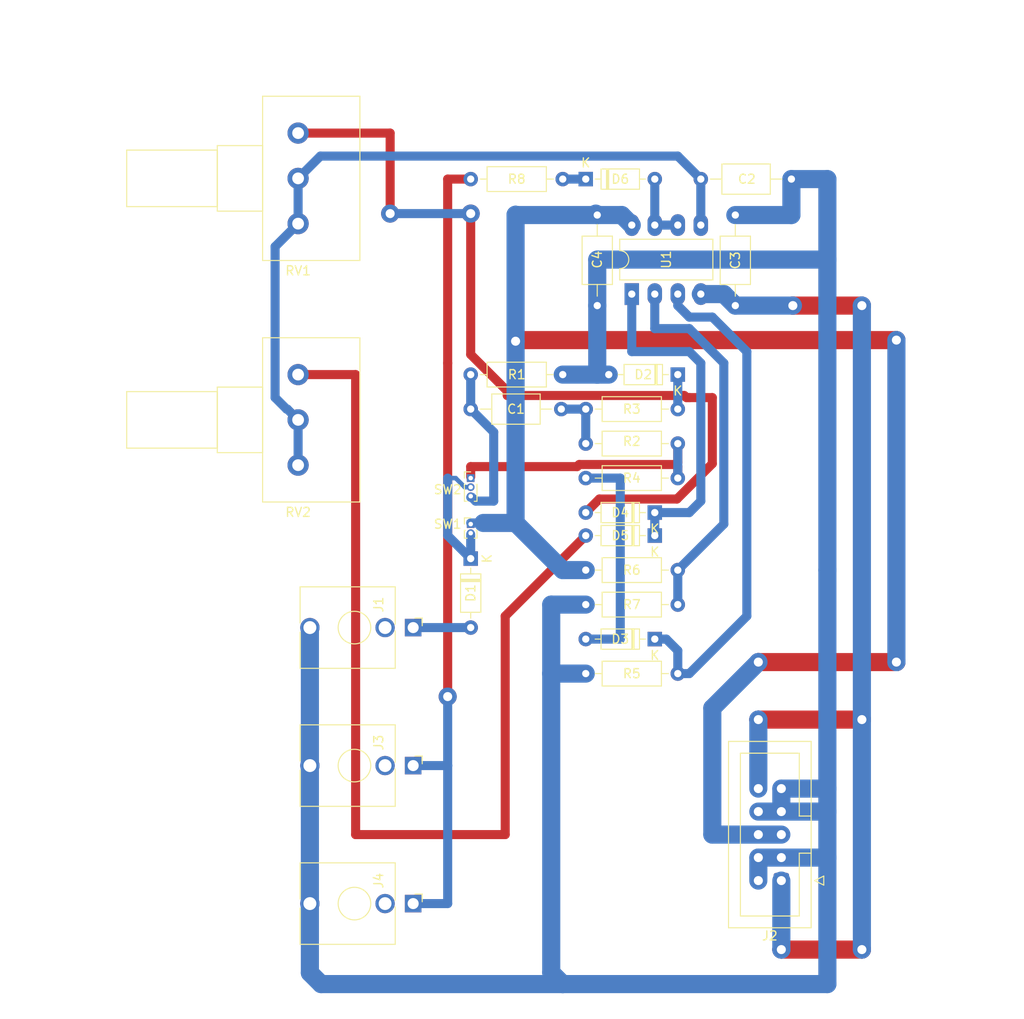
<source format=kicad_pcb>
(kicad_pcb (version 20171130) (host pcbnew "(5.1.9-0-10_14)")

  (general
    (thickness 1.6)
    (drawings 10)
    (tracks 172)
    (zones 0)
    (modules 27)
    (nets 20)
  )

  (page A4)
  (layers
    (0 F.Cu signal)
    (31 B.Cu signal)
    (32 B.Adhes user)
    (33 F.Adhes user)
    (34 B.Paste user)
    (35 F.Paste user)
    (36 B.SilkS user)
    (37 F.SilkS user)
    (38 B.Mask user)
    (39 F.Mask user)
    (40 Dwgs.User user)
    (41 Cmts.User user)
    (42 Eco1.User user)
    (43 Eco2.User user)
    (44 Edge.Cuts user)
    (45 Margin user)
    (46 B.CrtYd user)
    (47 F.CrtYd user)
    (48 B.Fab user)
    (49 F.Fab user hide)
  )

  (setup
    (last_trace_width 1)
    (user_trace_width 0.5)
    (user_trace_width 1)
    (user_trace_width 2)
    (trace_clearance 0.2)
    (zone_clearance 0.508)
    (zone_45_only no)
    (trace_min 0.2)
    (via_size 0.8)
    (via_drill 0.4)
    (via_min_size 0.4)
    (via_min_drill 0.3)
    (user_via 2 1)
    (uvia_size 0.3)
    (uvia_drill 0.1)
    (uvias_allowed no)
    (uvia_min_size 0.2)
    (uvia_min_drill 0.1)
    (edge_width 0.05)
    (segment_width 0.2)
    (pcb_text_width 0.3)
    (pcb_text_size 1.5 1.5)
    (mod_edge_width 0.12)
    (mod_text_size 1 1)
    (mod_text_width 0.15)
    (pad_size 1.93 1.83)
    (pad_drill 1.22)
    (pad_to_mask_clearance 0)
    (aux_axis_origin 107.95 137.16)
    (visible_elements FFFFFF7F)
    (pcbplotparams
      (layerselection 0x010fc_ffffffff)
      (usegerberextensions false)
      (usegerberattributes true)
      (usegerberadvancedattributes true)
      (creategerberjobfile true)
      (excludeedgelayer true)
      (linewidth 0.100000)
      (plotframeref false)
      (viasonmask false)
      (mode 1)
      (useauxorigin false)
      (hpglpennumber 1)
      (hpglpenspeed 20)
      (hpglpendiameter 15.000000)
      (psnegative false)
      (psa4output false)
      (plotreference true)
      (plotvalue true)
      (plotinvisibletext false)
      (padsonsilk false)
      (subtractmaskfromsilk false)
      (outputformat 1)
      (mirror false)
      (drillshape 1)
      (scaleselection 1)
      (outputdirectory ""))
  )

  (net 0 "")
  (net 1 "Net-(C1-Pad1)")
  (net 2 "Net-(C1-Pad2)")
  (net 3 GND)
  (net 4 "Net-(C2-Pad1)")
  (net 5 -12V)
  (net 6 +12V)
  (net 7 "Net-(D1-Pad2)")
  (net 8 "Net-(D1-Pad1)")
  (net 9 "Net-(D2-Pad1)")
  (net 10 "Net-(D3-Pad2)")
  (net 11 "Net-(D3-Pad1)")
  (net 12 "Net-(D4-Pad1)")
  (net 13 "Net-(D4-Pad2)")
  (net 14 "Net-(D5-Pad2)")
  (net 15 "Net-(D6-Pad2)")
  (net 16 "Net-(D6-Pad1)")
  (net 17 "Net-(R2-Pad2)")
  (net 18 "Net-(R6-Pad2)")
  (net 19 "Net-(J3-Pad1)")

  (net_class Default "This is the default net class."
    (clearance 0.2)
    (trace_width 0.25)
    (via_dia 0.8)
    (via_drill 0.4)
    (uvia_dia 0.3)
    (uvia_drill 0.1)
    (add_net +12V)
    (add_net -12V)
    (add_net GND)
    (add_net "Net-(C1-Pad1)")
    (add_net "Net-(C1-Pad2)")
    (add_net "Net-(C2-Pad1)")
    (add_net "Net-(D1-Pad1)")
    (add_net "Net-(D1-Pad2)")
    (add_net "Net-(D2-Pad1)")
    (add_net "Net-(D3-Pad1)")
    (add_net "Net-(D3-Pad2)")
    (add_net "Net-(D4-Pad1)")
    (add_net "Net-(D4-Pad2)")
    (add_net "Net-(D5-Pad2)")
    (add_net "Net-(D6-Pad1)")
    (add_net "Net-(D6-Pad2)")
    (add_net "Net-(J3-Pad1)")
    (add_net "Net-(R2-Pad2)")
    (add_net "Net-(R6-Pad2)")
  )

  (module Capacitor_THT:C_Axial_L5.1mm_D3.1mm_P10.00mm_Horizontal (layer F.Cu) (tedit 5AE50EF0) (tstamp 5FF66233)
    (at 133.35 69.85)
    (descr "C, Axial series, Axial, Horizontal, pin pitch=10mm, , length*diameter=5.1*3.1mm^2, http://www.vishay.com/docs/45231/arseries.pdf")
    (tags "C Axial series Axial Horizontal pin pitch 10mm  length 5.1mm diameter 3.1mm")
    (path /5FF74C7D)
    (fp_text reference C1 (at 5 0) (layer F.SilkS)
      (effects (font (size 1 1) (thickness 0.15)))
    )
    (fp_text value 10n (at 5 2.67) (layer F.Fab)
      (effects (font (size 1 1) (thickness 0.15)))
    )
    (fp_line (start 11.05 -1.8) (end -1.05 -1.8) (layer F.CrtYd) (width 0.05))
    (fp_line (start 11.05 1.8) (end 11.05 -1.8) (layer F.CrtYd) (width 0.05))
    (fp_line (start -1.05 1.8) (end 11.05 1.8) (layer F.CrtYd) (width 0.05))
    (fp_line (start -1.05 -1.8) (end -1.05 1.8) (layer F.CrtYd) (width 0.05))
    (fp_line (start 8.96 0) (end 7.67 0) (layer F.SilkS) (width 0.12))
    (fp_line (start 1.04 0) (end 2.33 0) (layer F.SilkS) (width 0.12))
    (fp_line (start 7.67 -1.67) (end 2.33 -1.67) (layer F.SilkS) (width 0.12))
    (fp_line (start 7.67 1.67) (end 7.67 -1.67) (layer F.SilkS) (width 0.12))
    (fp_line (start 2.33 1.67) (end 7.67 1.67) (layer F.SilkS) (width 0.12))
    (fp_line (start 2.33 -1.67) (end 2.33 1.67) (layer F.SilkS) (width 0.12))
    (fp_line (start 10 0) (end 7.55 0) (layer F.Fab) (width 0.1))
    (fp_line (start 0 0) (end 2.45 0) (layer F.Fab) (width 0.1))
    (fp_line (start 7.55 -1.55) (end 2.45 -1.55) (layer F.Fab) (width 0.1))
    (fp_line (start 7.55 1.55) (end 7.55 -1.55) (layer F.Fab) (width 0.1))
    (fp_line (start 2.45 1.55) (end 7.55 1.55) (layer F.Fab) (width 0.1))
    (fp_line (start 2.45 -1.55) (end 2.45 1.55) (layer F.Fab) (width 0.1))
    (fp_text user %R (at 5 0) (layer F.Fab)
      (effects (font (size 1 1) (thickness 0.15)))
    )
    (pad 1 thru_hole circle (at 0 0) (size 1.6 1.6) (drill 0.8) (layers *.Cu *.Mask)
      (net 1 "Net-(C1-Pad1)"))
    (pad 2 thru_hole oval (at 10 0) (size 1.6 1.6) (drill 0.8) (layers *.Cu *.Mask)
      (net 2 "Net-(C1-Pad2)"))
    (model ${KISYS3DMOD}/Capacitor_THT.3dshapes/C_Axial_L5.1mm_D3.1mm_P10.00mm_Horizontal.wrl
      (at (xyz 0 0 0))
      (scale (xyz 1 1 1))
      (rotate (xyz 0 0 0))
    )
  )

  (module Capacitor_THT:C_Axial_L5.1mm_D3.1mm_P10.00mm_Horizontal (layer F.Cu) (tedit 5AE50EF0) (tstamp 5FF6624A)
    (at 158.75 44.45)
    (descr "C, Axial series, Axial, Horizontal, pin pitch=10mm, , length*diameter=5.1*3.1mm^2, http://www.vishay.com/docs/45231/arseries.pdf")
    (tags "C Axial series Axial Horizontal pin pitch 10mm  length 5.1mm diameter 3.1mm")
    (path /5FF75B6B)
    (fp_text reference C2 (at 5.08 0 180) (layer F.SilkS)
      (effects (font (size 1 1) (thickness 0.15)))
    )
    (fp_text value C (at 5 2.67) (layer F.Fab)
      (effects (font (size 1 1) (thickness 0.15)))
    )
    (fp_text user %R (at 5 0) (layer F.Fab)
      (effects (font (size 1 1) (thickness 0.15)))
    )
    (fp_line (start 2.45 -1.55) (end 2.45 1.55) (layer F.Fab) (width 0.1))
    (fp_line (start 2.45 1.55) (end 7.55 1.55) (layer F.Fab) (width 0.1))
    (fp_line (start 7.55 1.55) (end 7.55 -1.55) (layer F.Fab) (width 0.1))
    (fp_line (start 7.55 -1.55) (end 2.45 -1.55) (layer F.Fab) (width 0.1))
    (fp_line (start 0 0) (end 2.45 0) (layer F.Fab) (width 0.1))
    (fp_line (start 10 0) (end 7.55 0) (layer F.Fab) (width 0.1))
    (fp_line (start 2.33 -1.67) (end 2.33 1.67) (layer F.SilkS) (width 0.12))
    (fp_line (start 2.33 1.67) (end 7.67 1.67) (layer F.SilkS) (width 0.12))
    (fp_line (start 7.67 1.67) (end 7.67 -1.67) (layer F.SilkS) (width 0.12))
    (fp_line (start 7.67 -1.67) (end 2.33 -1.67) (layer F.SilkS) (width 0.12))
    (fp_line (start 1.04 0) (end 2.33 0) (layer F.SilkS) (width 0.12))
    (fp_line (start 8.96 0) (end 7.67 0) (layer F.SilkS) (width 0.12))
    (fp_line (start -1.05 -1.8) (end -1.05 1.8) (layer F.CrtYd) (width 0.05))
    (fp_line (start -1.05 1.8) (end 11.05 1.8) (layer F.CrtYd) (width 0.05))
    (fp_line (start 11.05 1.8) (end 11.05 -1.8) (layer F.CrtYd) (width 0.05))
    (fp_line (start 11.05 -1.8) (end -1.05 -1.8) (layer F.CrtYd) (width 0.05))
    (pad 2 thru_hole oval (at 10 0) (size 1.6 1.6) (drill 0.8) (layers *.Cu *.Mask)
      (net 3 GND))
    (pad 1 thru_hole circle (at 0 0) (size 1.6 1.6) (drill 0.8) (layers *.Cu *.Mask)
      (net 4 "Net-(C2-Pad1)"))
    (model ${KISYS3DMOD}/Capacitor_THT.3dshapes/C_Axial_L5.1mm_D3.1mm_P10.00mm_Horizontal.wrl
      (at (xyz 0 0 0))
      (scale (xyz 1 1 1))
      (rotate (xyz 0 0 0))
    )
  )

  (module Capacitor_THT:C_Axial_L5.1mm_D3.1mm_P10.00mm_Horizontal (layer F.Cu) (tedit 5AE50EF0) (tstamp 5FF66261)
    (at 162.56 58.42 90)
    (descr "C, Axial series, Axial, Horizontal, pin pitch=10mm, , length*diameter=5.1*3.1mm^2, http://www.vishay.com/docs/45231/arseries.pdf")
    (tags "C Axial series Axial Horizontal pin pitch 10mm  length 5.1mm diameter 3.1mm")
    (path /5FF75291)
    (fp_text reference C3 (at 5 0 90) (layer F.SilkS)
      (effects (font (size 1 1) (thickness 0.15)))
    )
    (fp_text value 100n (at 5 2.67 90) (layer F.Fab)
      (effects (font (size 1 1) (thickness 0.15)))
    )
    (fp_text user %R (at 5 0 90) (layer F.Fab)
      (effects (font (size 1 1) (thickness 0.15)))
    )
    (fp_line (start 2.45 -1.55) (end 2.45 1.55) (layer F.Fab) (width 0.1))
    (fp_line (start 2.45 1.55) (end 7.55 1.55) (layer F.Fab) (width 0.1))
    (fp_line (start 7.55 1.55) (end 7.55 -1.55) (layer F.Fab) (width 0.1))
    (fp_line (start 7.55 -1.55) (end 2.45 -1.55) (layer F.Fab) (width 0.1))
    (fp_line (start 0 0) (end 2.45 0) (layer F.Fab) (width 0.1))
    (fp_line (start 10 0) (end 7.55 0) (layer F.Fab) (width 0.1))
    (fp_line (start 2.33 -1.67) (end 2.33 1.67) (layer F.SilkS) (width 0.12))
    (fp_line (start 2.33 1.67) (end 7.67 1.67) (layer F.SilkS) (width 0.12))
    (fp_line (start 7.67 1.67) (end 7.67 -1.67) (layer F.SilkS) (width 0.12))
    (fp_line (start 7.67 -1.67) (end 2.33 -1.67) (layer F.SilkS) (width 0.12))
    (fp_line (start 1.04 0) (end 2.33 0) (layer F.SilkS) (width 0.12))
    (fp_line (start 8.96 0) (end 7.67 0) (layer F.SilkS) (width 0.12))
    (fp_line (start -1.05 -1.8) (end -1.05 1.8) (layer F.CrtYd) (width 0.05))
    (fp_line (start -1.05 1.8) (end 11.05 1.8) (layer F.CrtYd) (width 0.05))
    (fp_line (start 11.05 1.8) (end 11.05 -1.8) (layer F.CrtYd) (width 0.05))
    (fp_line (start 11.05 -1.8) (end -1.05 -1.8) (layer F.CrtYd) (width 0.05))
    (pad 2 thru_hole oval (at 10 0 90) (size 1.6 1.6) (drill 0.8) (layers *.Cu *.Mask)
      (net 3 GND))
    (pad 1 thru_hole circle (at 0 0 90) (size 1.6 1.6) (drill 0.8) (layers *.Cu *.Mask)
      (net 5 -12V))
    (model ${KISYS3DMOD}/Capacitor_THT.3dshapes/C_Axial_L5.1mm_D3.1mm_P10.00mm_Horizontal.wrl
      (at (xyz 0 0 0))
      (scale (xyz 1 1 1))
      (rotate (xyz 0 0 0))
    )
  )

  (module Capacitor_THT:C_Axial_L5.1mm_D3.1mm_P10.00mm_Horizontal (layer F.Cu) (tedit 5AE50EF0) (tstamp 5FF66278)
    (at 147.32 58.42 90)
    (descr "C, Axial series, Axial, Horizontal, pin pitch=10mm, , length*diameter=5.1*3.1mm^2, http://www.vishay.com/docs/45231/arseries.pdf")
    (tags "C Axial series Axial Horizontal pin pitch 10mm  length 5.1mm diameter 3.1mm")
    (path /5FF75B65)
    (fp_text reference C4 (at 5.08 0 90) (layer F.SilkS)
      (effects (font (size 1 1) (thickness 0.15)))
    )
    (fp_text value 100n (at 5 2.67 90) (layer F.Fab)
      (effects (font (size 1 1) (thickness 0.15)))
    )
    (fp_line (start 11.05 -1.8) (end -1.05 -1.8) (layer F.CrtYd) (width 0.05))
    (fp_line (start 11.05 1.8) (end 11.05 -1.8) (layer F.CrtYd) (width 0.05))
    (fp_line (start -1.05 1.8) (end 11.05 1.8) (layer F.CrtYd) (width 0.05))
    (fp_line (start -1.05 -1.8) (end -1.05 1.8) (layer F.CrtYd) (width 0.05))
    (fp_line (start 8.96 0) (end 7.67 0) (layer F.SilkS) (width 0.12))
    (fp_line (start 1.04 0) (end 2.33 0) (layer F.SilkS) (width 0.12))
    (fp_line (start 7.67 -1.67) (end 2.33 -1.67) (layer F.SilkS) (width 0.12))
    (fp_line (start 7.67 1.67) (end 7.67 -1.67) (layer F.SilkS) (width 0.12))
    (fp_line (start 2.33 1.67) (end 7.67 1.67) (layer F.SilkS) (width 0.12))
    (fp_line (start 2.33 -1.67) (end 2.33 1.67) (layer F.SilkS) (width 0.12))
    (fp_line (start 10 0) (end 7.55 0) (layer F.Fab) (width 0.1))
    (fp_line (start 0 0) (end 2.45 0) (layer F.Fab) (width 0.1))
    (fp_line (start 7.55 -1.55) (end 2.45 -1.55) (layer F.Fab) (width 0.1))
    (fp_line (start 7.55 1.55) (end 7.55 -1.55) (layer F.Fab) (width 0.1))
    (fp_line (start 2.45 1.55) (end 7.55 1.55) (layer F.Fab) (width 0.1))
    (fp_line (start 2.45 -1.55) (end 2.45 1.55) (layer F.Fab) (width 0.1))
    (fp_text user %R (at 5 0 90) (layer F.Fab)
      (effects (font (size 1 1) (thickness 0.15)))
    )
    (pad 1 thru_hole circle (at 0 0 90) (size 1.6 1.6) (drill 0.8) (layers *.Cu *.Mask)
      (net 3 GND))
    (pad 2 thru_hole oval (at 10 0 90) (size 1.6 1.6) (drill 0.8) (layers *.Cu *.Mask)
      (net 6 +12V))
    (model ${KISYS3DMOD}/Capacitor_THT.3dshapes/C_Axial_L5.1mm_D3.1mm_P10.00mm_Horizontal.wrl
      (at (xyz 0 0 0))
      (scale (xyz 1 1 1))
      (rotate (xyz 0 0 0))
    )
  )

  (module Diode_THT:D_DO-35_SOD27_P7.62mm_Horizontal (layer F.Cu) (tedit 5AE50CD5) (tstamp 5FF66297)
    (at 133.35 86.36 270)
    (descr "Diode, DO-35_SOD27 series, Axial, Horizontal, pin pitch=7.62mm, , length*diameter=4*2mm^2, , http://www.diodes.com/_files/packages/DO-35.pdf")
    (tags "Diode DO-35_SOD27 series Axial Horizontal pin pitch 7.62mm  length 4mm diameter 2mm")
    (path /5FF687B5)
    (fp_text reference D1 (at 3.81 0 90) (layer F.SilkS)
      (effects (font (size 1 1) (thickness 0.15)))
    )
    (fp_text value 1N4148 (at 3.81 2.12 90) (layer F.Fab)
      (effects (font (size 1 1) (thickness 0.15)))
    )
    (fp_text user K (at 0 -1.8 90) (layer F.SilkS)
      (effects (font (size 1 1) (thickness 0.15)))
    )
    (fp_text user K (at 0 -1.8 90) (layer F.Fab)
      (effects (font (size 1 1) (thickness 0.15)))
    )
    (fp_text user %R (at 3.81 -3.81 90) (layer F.Fab)
      (effects (font (size 0.8 0.8) (thickness 0.12)))
    )
    (fp_line (start 1.81 -1) (end 1.81 1) (layer F.Fab) (width 0.1))
    (fp_line (start 1.81 1) (end 5.81 1) (layer F.Fab) (width 0.1))
    (fp_line (start 5.81 1) (end 5.81 -1) (layer F.Fab) (width 0.1))
    (fp_line (start 5.81 -1) (end 1.81 -1) (layer F.Fab) (width 0.1))
    (fp_line (start 0 0) (end 1.81 0) (layer F.Fab) (width 0.1))
    (fp_line (start 7.62 0) (end 5.81 0) (layer F.Fab) (width 0.1))
    (fp_line (start 2.41 -1) (end 2.41 1) (layer F.Fab) (width 0.1))
    (fp_line (start 2.51 -1) (end 2.51 1) (layer F.Fab) (width 0.1))
    (fp_line (start 2.31 -1) (end 2.31 1) (layer F.Fab) (width 0.1))
    (fp_line (start 1.69 -1.12) (end 1.69 1.12) (layer F.SilkS) (width 0.12))
    (fp_line (start 1.69 1.12) (end 5.93 1.12) (layer F.SilkS) (width 0.12))
    (fp_line (start 5.93 1.12) (end 5.93 -1.12) (layer F.SilkS) (width 0.12))
    (fp_line (start 5.93 -1.12) (end 1.69 -1.12) (layer F.SilkS) (width 0.12))
    (fp_line (start 1.04 0) (end 1.69 0) (layer F.SilkS) (width 0.12))
    (fp_line (start 6.58 0) (end 5.93 0) (layer F.SilkS) (width 0.12))
    (fp_line (start 2.41 -1.12) (end 2.41 1.12) (layer F.SilkS) (width 0.12))
    (fp_line (start 2.53 -1.12) (end 2.53 1.12) (layer F.SilkS) (width 0.12))
    (fp_line (start 2.29 -1.12) (end 2.29 1.12) (layer F.SilkS) (width 0.12))
    (fp_line (start -1.05 -1.25) (end -1.05 1.25) (layer F.CrtYd) (width 0.05))
    (fp_line (start -1.05 1.25) (end 8.67 1.25) (layer F.CrtYd) (width 0.05))
    (fp_line (start 8.67 1.25) (end 8.67 -1.25) (layer F.CrtYd) (width 0.05))
    (fp_line (start 8.67 -1.25) (end -1.05 -1.25) (layer F.CrtYd) (width 0.05))
    (pad 2 thru_hole oval (at 7.62 0 270) (size 1.6 1.6) (drill 0.8) (layers *.Cu *.Mask)
      (net 7 "Net-(D1-Pad2)"))
    (pad 1 thru_hole rect (at 0 0 270) (size 1.6 1.6) (drill 0.8) (layers *.Cu *.Mask)
      (net 8 "Net-(D1-Pad1)"))
    (model ${KISYS3DMOD}/Diode_THT.3dshapes/D_DO-35_SOD27_P7.62mm_Horizontal.wrl
      (at (xyz 0 0 0))
      (scale (xyz 1 1 1))
      (rotate (xyz 0 0 0))
    )
  )

  (module Diode_THT:D_DO-35_SOD27_P7.62mm_Horizontal (layer F.Cu) (tedit 5AE50CD5) (tstamp 5FF662B6)
    (at 156.21 66.04 180)
    (descr "Diode, DO-35_SOD27 series, Axial, Horizontal, pin pitch=7.62mm, , length*diameter=4*2mm^2, , http://www.diodes.com/_files/packages/DO-35.pdf")
    (tags "Diode DO-35_SOD27 series Axial Horizontal pin pitch 7.62mm  length 4mm diameter 2mm")
    (path /5FF66BD2)
    (fp_text reference D2 (at 3.81 0) (layer F.SilkS)
      (effects (font (size 1 1) (thickness 0.15)))
    )
    (fp_text value 1N4148 (at 3.81 2.12) (layer F.Fab)
      (effects (font (size 1 1) (thickness 0.15)))
    )
    (fp_line (start 8.67 -1.25) (end -1.05 -1.25) (layer F.CrtYd) (width 0.05))
    (fp_line (start 8.67 1.25) (end 8.67 -1.25) (layer F.CrtYd) (width 0.05))
    (fp_line (start -1.05 1.25) (end 8.67 1.25) (layer F.CrtYd) (width 0.05))
    (fp_line (start -1.05 -1.25) (end -1.05 1.25) (layer F.CrtYd) (width 0.05))
    (fp_line (start 2.29 -1.12) (end 2.29 1.12) (layer F.SilkS) (width 0.12))
    (fp_line (start 2.53 -1.12) (end 2.53 1.12) (layer F.SilkS) (width 0.12))
    (fp_line (start 2.41 -1.12) (end 2.41 1.12) (layer F.SilkS) (width 0.12))
    (fp_line (start 6.58 0) (end 5.93 0) (layer F.SilkS) (width 0.12))
    (fp_line (start 1.04 0) (end 1.69 0) (layer F.SilkS) (width 0.12))
    (fp_line (start 5.93 -1.12) (end 1.69 -1.12) (layer F.SilkS) (width 0.12))
    (fp_line (start 5.93 1.12) (end 5.93 -1.12) (layer F.SilkS) (width 0.12))
    (fp_line (start 1.69 1.12) (end 5.93 1.12) (layer F.SilkS) (width 0.12))
    (fp_line (start 1.69 -1.12) (end 1.69 1.12) (layer F.SilkS) (width 0.12))
    (fp_line (start 2.31 -1) (end 2.31 1) (layer F.Fab) (width 0.1))
    (fp_line (start 2.51 -1) (end 2.51 1) (layer F.Fab) (width 0.1))
    (fp_line (start 2.41 -1) (end 2.41 1) (layer F.Fab) (width 0.1))
    (fp_line (start 7.62 0) (end 5.81 0) (layer F.Fab) (width 0.1))
    (fp_line (start 0 0) (end 1.81 0) (layer F.Fab) (width 0.1))
    (fp_line (start 5.81 -1) (end 1.81 -1) (layer F.Fab) (width 0.1))
    (fp_line (start 5.81 1) (end 5.81 -1) (layer F.Fab) (width 0.1))
    (fp_line (start 1.81 1) (end 5.81 1) (layer F.Fab) (width 0.1))
    (fp_line (start 1.81 -1) (end 1.81 1) (layer F.Fab) (width 0.1))
    (fp_text user %R (at 4.11 0) (layer F.Fab)
      (effects (font (size 0.8 0.8) (thickness 0.12)))
    )
    (fp_text user K (at 0 -1.8) (layer F.Fab)
      (effects (font (size 1 1) (thickness 0.15)))
    )
    (fp_text user K (at 0 -1.8) (layer F.SilkS)
      (effects (font (size 1 1) (thickness 0.15)))
    )
    (pad 1 thru_hole rect (at 0 0 180) (size 1.6 1.6) (drill 0.8) (layers *.Cu *.Mask)
      (net 9 "Net-(D2-Pad1)"))
    (pad 2 thru_hole oval (at 7.62 0 180) (size 1.6 1.6) (drill 0.8) (layers *.Cu *.Mask)
      (net 3 GND))
    (model ${KISYS3DMOD}/Diode_THT.3dshapes/D_DO-35_SOD27_P7.62mm_Horizontal.wrl
      (at (xyz 0 0 0))
      (scale (xyz 1 1 1))
      (rotate (xyz 0 0 0))
    )
  )

  (module Diode_THT:D_DO-35_SOD27_P7.62mm_Horizontal (layer F.Cu) (tedit 5AE50CD5) (tstamp 5FF662D5)
    (at 153.67 95.25 180)
    (descr "Diode, DO-35_SOD27 series, Axial, Horizontal, pin pitch=7.62mm, , length*diameter=4*2mm^2, , http://www.diodes.com/_files/packages/DO-35.pdf")
    (tags "Diode DO-35_SOD27 series Axial Horizontal pin pitch 7.62mm  length 4mm diameter 2mm")
    (path /5FF69B79)
    (fp_text reference D3 (at 3.81 0) (layer F.SilkS)
      (effects (font (size 1 1) (thickness 0.15)))
    )
    (fp_text value 1N4148 (at 3.81 2.12) (layer F.Fab)
      (effects (font (size 1 1) (thickness 0.15)))
    )
    (fp_text user K (at 0 -1.8) (layer F.SilkS)
      (effects (font (size 1 1) (thickness 0.15)))
    )
    (fp_text user K (at 0 -1.8) (layer F.Fab)
      (effects (font (size 1 1) (thickness 0.15)))
    )
    (fp_text user %R (at 4.11 0) (layer F.Fab)
      (effects (font (size 0.8 0.8) (thickness 0.12)))
    )
    (fp_line (start 1.81 -1) (end 1.81 1) (layer F.Fab) (width 0.1))
    (fp_line (start 1.81 1) (end 5.81 1) (layer F.Fab) (width 0.1))
    (fp_line (start 5.81 1) (end 5.81 -1) (layer F.Fab) (width 0.1))
    (fp_line (start 5.81 -1) (end 1.81 -1) (layer F.Fab) (width 0.1))
    (fp_line (start 0 0) (end 1.81 0) (layer F.Fab) (width 0.1))
    (fp_line (start 7.62 0) (end 5.81 0) (layer F.Fab) (width 0.1))
    (fp_line (start 2.41 -1) (end 2.41 1) (layer F.Fab) (width 0.1))
    (fp_line (start 2.51 -1) (end 2.51 1) (layer F.Fab) (width 0.1))
    (fp_line (start 2.31 -1) (end 2.31 1) (layer F.Fab) (width 0.1))
    (fp_line (start 1.69 -1.12) (end 1.69 1.12) (layer F.SilkS) (width 0.12))
    (fp_line (start 1.69 1.12) (end 5.93 1.12) (layer F.SilkS) (width 0.12))
    (fp_line (start 5.93 1.12) (end 5.93 -1.12) (layer F.SilkS) (width 0.12))
    (fp_line (start 5.93 -1.12) (end 1.69 -1.12) (layer F.SilkS) (width 0.12))
    (fp_line (start 1.04 0) (end 1.69 0) (layer F.SilkS) (width 0.12))
    (fp_line (start 6.58 0) (end 5.93 0) (layer F.SilkS) (width 0.12))
    (fp_line (start 2.41 -1.12) (end 2.41 1.12) (layer F.SilkS) (width 0.12))
    (fp_line (start 2.53 -1.12) (end 2.53 1.12) (layer F.SilkS) (width 0.12))
    (fp_line (start 2.29 -1.12) (end 2.29 1.12) (layer F.SilkS) (width 0.12))
    (fp_line (start -1.05 -1.25) (end -1.05 1.25) (layer F.CrtYd) (width 0.05))
    (fp_line (start -1.05 1.25) (end 8.67 1.25) (layer F.CrtYd) (width 0.05))
    (fp_line (start 8.67 1.25) (end 8.67 -1.25) (layer F.CrtYd) (width 0.05))
    (fp_line (start 8.67 -1.25) (end -1.05 -1.25) (layer F.CrtYd) (width 0.05))
    (pad 2 thru_hole oval (at 7.62 0 180) (size 1.6 1.6) (drill 0.8) (layers *.Cu *.Mask)
      (net 10 "Net-(D3-Pad2)"))
    (pad 1 thru_hole rect (at 0 0 180) (size 1.6 1.6) (drill 0.8) (layers *.Cu *.Mask)
      (net 11 "Net-(D3-Pad1)"))
    (model ${KISYS3DMOD}/Diode_THT.3dshapes/D_DO-35_SOD27_P7.62mm_Horizontal.wrl
      (at (xyz 0 0 0))
      (scale (xyz 1 1 1))
      (rotate (xyz 0 0 0))
    )
  )

  (module Diode_THT:D_DO-35_SOD27_P7.62mm_Horizontal (layer F.Cu) (tedit 5AE50CD5) (tstamp 5FF662F4)
    (at 153.67 81.28 180)
    (descr "Diode, DO-35_SOD27 series, Axial, Horizontal, pin pitch=7.62mm, , length*diameter=4*2mm^2, , http://www.diodes.com/_files/packages/DO-35.pdf")
    (tags "Diode DO-35_SOD27 series Axial Horizontal pin pitch 7.62mm  length 4mm diameter 2mm")
    (path /5FF69B73)
    (fp_text reference D4 (at 3.81 0) (layer F.SilkS)
      (effects (font (size 1 1) (thickness 0.15)))
    )
    (fp_text value 1N4148 (at 3.81 2.12) (layer F.Fab)
      (effects (font (size 1 1) (thickness 0.15)))
    )
    (fp_line (start 8.67 -1.25) (end -1.05 -1.25) (layer F.CrtYd) (width 0.05))
    (fp_line (start 8.67 1.25) (end 8.67 -1.25) (layer F.CrtYd) (width 0.05))
    (fp_line (start -1.05 1.25) (end 8.67 1.25) (layer F.CrtYd) (width 0.05))
    (fp_line (start -1.05 -1.25) (end -1.05 1.25) (layer F.CrtYd) (width 0.05))
    (fp_line (start 2.29 -1.12) (end 2.29 1.12) (layer F.SilkS) (width 0.12))
    (fp_line (start 2.53 -1.12) (end 2.53 1.12) (layer F.SilkS) (width 0.12))
    (fp_line (start 2.41 -1.12) (end 2.41 1.12) (layer F.SilkS) (width 0.12))
    (fp_line (start 6.58 0) (end 5.93 0) (layer F.SilkS) (width 0.12))
    (fp_line (start 1.04 0) (end 1.69 0) (layer F.SilkS) (width 0.12))
    (fp_line (start 5.93 -1.12) (end 1.69 -1.12) (layer F.SilkS) (width 0.12))
    (fp_line (start 5.93 1.12) (end 5.93 -1.12) (layer F.SilkS) (width 0.12))
    (fp_line (start 1.69 1.12) (end 5.93 1.12) (layer F.SilkS) (width 0.12))
    (fp_line (start 1.69 -1.12) (end 1.69 1.12) (layer F.SilkS) (width 0.12))
    (fp_line (start 2.31 -1) (end 2.31 1) (layer F.Fab) (width 0.1))
    (fp_line (start 2.51 -1) (end 2.51 1) (layer F.Fab) (width 0.1))
    (fp_line (start 2.41 -1) (end 2.41 1) (layer F.Fab) (width 0.1))
    (fp_line (start 7.62 0) (end 5.81 0) (layer F.Fab) (width 0.1))
    (fp_line (start 0 0) (end 1.81 0) (layer F.Fab) (width 0.1))
    (fp_line (start 5.81 -1) (end 1.81 -1) (layer F.Fab) (width 0.1))
    (fp_line (start 5.81 1) (end 5.81 -1) (layer F.Fab) (width 0.1))
    (fp_line (start 1.81 1) (end 5.81 1) (layer F.Fab) (width 0.1))
    (fp_line (start 1.81 -1) (end 1.81 1) (layer F.Fab) (width 0.1))
    (fp_text user %R (at 4.11 0) (layer F.Fab)
      (effects (font (size 0.8 0.8) (thickness 0.12)))
    )
    (fp_text user K (at 0 -1.8) (layer F.Fab)
      (effects (font (size 1 1) (thickness 0.15)))
    )
    (fp_text user K (at 0 -1.8) (layer F.SilkS)
      (effects (font (size 1 1) (thickness 0.15)))
    )
    (pad 1 thru_hole rect (at 0 0 180) (size 1.6 1.6) (drill 0.8) (layers *.Cu *.Mask)
      (net 12 "Net-(D4-Pad1)"))
    (pad 2 thru_hole oval (at 7.62 0 180) (size 1.6 1.6) (drill 0.8) (layers *.Cu *.Mask)
      (net 13 "Net-(D4-Pad2)"))
    (model ${KISYS3DMOD}/Diode_THT.3dshapes/D_DO-35_SOD27_P7.62mm_Horizontal.wrl
      (at (xyz 0 0 0))
      (scale (xyz 1 1 1))
      (rotate (xyz 0 0 0))
    )
  )

  (module Diode_THT:D_DO-35_SOD27_P7.62mm_Horizontal (layer F.Cu) (tedit 5AE50CD5) (tstamp 5FF66313)
    (at 153.67 83.82 180)
    (descr "Diode, DO-35_SOD27 series, Axial, Horizontal, pin pitch=7.62mm, , length*diameter=4*2mm^2, , http://www.diodes.com/_files/packages/DO-35.pdf")
    (tags "Diode DO-35_SOD27 series Axial Horizontal pin pitch 7.62mm  length 4mm diameter 2mm")
    (path /5FF6ADBD)
    (fp_text reference D5 (at 3.81 0) (layer F.SilkS)
      (effects (font (size 1 1) (thickness 0.15)))
    )
    (fp_text value 1N4148 (at 3.81 2.12) (layer F.Fab)
      (effects (font (size 1 1) (thickness 0.15)))
    )
    (fp_line (start 8.67 -1.25) (end -1.05 -1.25) (layer F.CrtYd) (width 0.05))
    (fp_line (start 8.67 1.25) (end 8.67 -1.25) (layer F.CrtYd) (width 0.05))
    (fp_line (start -1.05 1.25) (end 8.67 1.25) (layer F.CrtYd) (width 0.05))
    (fp_line (start -1.05 -1.25) (end -1.05 1.25) (layer F.CrtYd) (width 0.05))
    (fp_line (start 2.29 -1.12) (end 2.29 1.12) (layer F.SilkS) (width 0.12))
    (fp_line (start 2.53 -1.12) (end 2.53 1.12) (layer F.SilkS) (width 0.12))
    (fp_line (start 2.41 -1.12) (end 2.41 1.12) (layer F.SilkS) (width 0.12))
    (fp_line (start 6.58 0) (end 5.93 0) (layer F.SilkS) (width 0.12))
    (fp_line (start 1.04 0) (end 1.69 0) (layer F.SilkS) (width 0.12))
    (fp_line (start 5.93 -1.12) (end 1.69 -1.12) (layer F.SilkS) (width 0.12))
    (fp_line (start 5.93 1.12) (end 5.93 -1.12) (layer F.SilkS) (width 0.12))
    (fp_line (start 1.69 1.12) (end 5.93 1.12) (layer F.SilkS) (width 0.12))
    (fp_line (start 1.69 -1.12) (end 1.69 1.12) (layer F.SilkS) (width 0.12))
    (fp_line (start 2.31 -1) (end 2.31 1) (layer F.Fab) (width 0.1))
    (fp_line (start 2.51 -1) (end 2.51 1) (layer F.Fab) (width 0.1))
    (fp_line (start 2.41 -1) (end 2.41 1) (layer F.Fab) (width 0.1))
    (fp_line (start 7.62 0) (end 5.81 0) (layer F.Fab) (width 0.1))
    (fp_line (start 0 0) (end 1.81 0) (layer F.Fab) (width 0.1))
    (fp_line (start 5.81 -1) (end 1.81 -1) (layer F.Fab) (width 0.1))
    (fp_line (start 5.81 1) (end 5.81 -1) (layer F.Fab) (width 0.1))
    (fp_line (start 1.81 1) (end 5.81 1) (layer F.Fab) (width 0.1))
    (fp_line (start 1.81 -1) (end 1.81 1) (layer F.Fab) (width 0.1))
    (fp_text user %R (at 4.11 0) (layer F.Fab)
      (effects (font (size 0.8 0.8) (thickness 0.12)))
    )
    (fp_text user K (at 0 -1.8) (layer F.Fab)
      (effects (font (size 1 1) (thickness 0.15)))
    )
    (fp_text user K (at 0 -1.8) (layer F.SilkS)
      (effects (font (size 1 1) (thickness 0.15)))
    )
    (pad 1 thru_hole rect (at 0 0 180) (size 1.6 1.6) (drill 0.8) (layers *.Cu *.Mask)
      (net 12 "Net-(D4-Pad1)"))
    (pad 2 thru_hole oval (at 7.62 0 180) (size 1.6 1.6) (drill 0.8) (layers *.Cu *.Mask)
      (net 14 "Net-(D5-Pad2)"))
    (model ${KISYS3DMOD}/Diode_THT.3dshapes/D_DO-35_SOD27_P7.62mm_Horizontal.wrl
      (at (xyz 0 0 0))
      (scale (xyz 1 1 1))
      (rotate (xyz 0 0 0))
    )
  )

  (module Diode_THT:D_DO-35_SOD27_P7.62mm_Horizontal (layer F.Cu) (tedit 5AE50CD5) (tstamp 5FF66332)
    (at 146.05 44.45)
    (descr "Diode, DO-35_SOD27 series, Axial, Horizontal, pin pitch=7.62mm, , length*diameter=4*2mm^2, , http://www.diodes.com/_files/packages/DO-35.pdf")
    (tags "Diode DO-35_SOD27 series Axial Horizontal pin pitch 7.62mm  length 4mm diameter 2mm")
    (path /5FF6ADC3)
    (fp_text reference D6 (at 3.81 0) (layer F.SilkS)
      (effects (font (size 1 1) (thickness 0.15)))
    )
    (fp_text value 1N4148 (at 3.81 2.12) (layer F.Fab)
      (effects (font (size 1 1) (thickness 0.15)))
    )
    (fp_text user K (at 0 -1.8) (layer F.SilkS)
      (effects (font (size 1 1) (thickness 0.15)))
    )
    (fp_text user K (at 0 -1.8) (layer F.Fab)
      (effects (font (size 1 1) (thickness 0.15)))
    )
    (fp_text user %R (at 4.11 0) (layer F.Fab)
      (effects (font (size 0.8 0.8) (thickness 0.12)))
    )
    (fp_line (start 1.81 -1) (end 1.81 1) (layer F.Fab) (width 0.1))
    (fp_line (start 1.81 1) (end 5.81 1) (layer F.Fab) (width 0.1))
    (fp_line (start 5.81 1) (end 5.81 -1) (layer F.Fab) (width 0.1))
    (fp_line (start 5.81 -1) (end 1.81 -1) (layer F.Fab) (width 0.1))
    (fp_line (start 0 0) (end 1.81 0) (layer F.Fab) (width 0.1))
    (fp_line (start 7.62 0) (end 5.81 0) (layer F.Fab) (width 0.1))
    (fp_line (start 2.41 -1) (end 2.41 1) (layer F.Fab) (width 0.1))
    (fp_line (start 2.51 -1) (end 2.51 1) (layer F.Fab) (width 0.1))
    (fp_line (start 2.31 -1) (end 2.31 1) (layer F.Fab) (width 0.1))
    (fp_line (start 1.69 -1.12) (end 1.69 1.12) (layer F.SilkS) (width 0.12))
    (fp_line (start 1.69 1.12) (end 5.93 1.12) (layer F.SilkS) (width 0.12))
    (fp_line (start 5.93 1.12) (end 5.93 -1.12) (layer F.SilkS) (width 0.12))
    (fp_line (start 5.93 -1.12) (end 1.69 -1.12) (layer F.SilkS) (width 0.12))
    (fp_line (start 1.04 0) (end 1.69 0) (layer F.SilkS) (width 0.12))
    (fp_line (start 6.58 0) (end 5.93 0) (layer F.SilkS) (width 0.12))
    (fp_line (start 2.41 -1.12) (end 2.41 1.12) (layer F.SilkS) (width 0.12))
    (fp_line (start 2.53 -1.12) (end 2.53 1.12) (layer F.SilkS) (width 0.12))
    (fp_line (start 2.29 -1.12) (end 2.29 1.12) (layer F.SilkS) (width 0.12))
    (fp_line (start -1.05 -1.25) (end -1.05 1.25) (layer F.CrtYd) (width 0.05))
    (fp_line (start -1.05 1.25) (end 8.67 1.25) (layer F.CrtYd) (width 0.05))
    (fp_line (start 8.67 1.25) (end 8.67 -1.25) (layer F.CrtYd) (width 0.05))
    (fp_line (start 8.67 -1.25) (end -1.05 -1.25) (layer F.CrtYd) (width 0.05))
    (pad 2 thru_hole oval (at 7.62 0) (size 1.6 1.6) (drill 0.8) (layers *.Cu *.Mask)
      (net 15 "Net-(D6-Pad2)"))
    (pad 1 thru_hole rect (at 0 0) (size 1.6 1.6) (drill 0.8) (layers *.Cu *.Mask)
      (net 16 "Net-(D6-Pad1)"))
    (model ${KISYS3DMOD}/Diode_THT.3dshapes/D_DO-35_SOD27_P7.62mm_Horizontal.wrl
      (at (xyz 0 0 0))
      (scale (xyz 1 1 1))
      (rotate (xyz 0 0 0))
    )
  )

  (module Connector_Audio:Jack_3.5mm_QingPu_WQP-PJ398SM_Vertical_CircularHoles (layer F.Cu) (tedit 5FF64F6B) (tstamp 5FF66354)
    (at 127 93.98 270)
    (descr "TRS 3.5mm, vertical, Thonkiconn, PCB mount, (http://www.qingpu-electronics.com/en/products/WQP-PJ398SM-362.html)")
    (tags "WQP-PJ398SM WQP-PJ301M-12 TRS 3.5mm mono vertical jack thonkiconn qingpu")
    (path /5FF64517)
    (fp_text reference J1 (at -2.54 3.81 270) (layer F.SilkS)
      (effects (font (size 1 1) (thickness 0.15)))
    )
    (fp_text value "Clock In" (at 0 5 270) (layer F.Fab)
      (effects (font (size 1 1) (thickness 0.15)))
    )
    (fp_line (start 0 0) (end 0 2.03) (layer F.Fab) (width 0.1))
    (fp_circle (center 0 6.48) (end 1.8 6.48) (layer F.Fab) (width 0.1))
    (fp_line (start 4.5 2.03) (end -4.5 2.03) (layer F.Fab) (width 0.1))
    (fp_line (start 5 -1.42) (end -5 -1.42) (layer F.CrtYd) (width 0.05))
    (fp_line (start 5 12.98) (end -5 12.98) (layer F.CrtYd) (width 0.05))
    (fp_line (start 5 12.98) (end 5 -1.42) (layer F.CrtYd) (width 0.05))
    (fp_line (start 4.5 12.48) (end -4.5 12.48) (layer F.Fab) (width 0.1))
    (fp_line (start 4.5 12.48) (end 4.5 2.08) (layer F.Fab) (width 0.1))
    (fp_line (start -1.06 -1) (end -0.2 -1) (layer F.SilkS) (width 0.12))
    (fp_line (start -1.06 -1) (end -1.06 -0.2) (layer F.SilkS) (width 0.12))
    (fp_circle (center 0 6.48) (end 1.8 6.48) (layer F.SilkS) (width 0.12))
    (fp_line (start -0.35 1.98) (end -4.5 1.98) (layer F.SilkS) (width 0.12))
    (fp_line (start 4.5 1.98) (end 0.35 1.98) (layer F.SilkS) (width 0.12))
    (fp_line (start -0.5 12.48) (end -4.5 12.48) (layer F.SilkS) (width 0.12))
    (fp_line (start 4.5 12.48) (end 0.5 12.48) (layer F.SilkS) (width 0.12))
    (fp_line (start -1.41 6.02) (end -0.46 5.07) (layer Dwgs.User) (width 0.12))
    (fp_line (start -1.42 6.875) (end 0.4 5.06) (layer Dwgs.User) (width 0.12))
    (fp_line (start -1.07 7.49) (end 1.01 5.41) (layer Dwgs.User) (width 0.12))
    (fp_line (start -0.58 7.83) (end 1.36 5.89) (layer Dwgs.User) (width 0.12))
    (fp_line (start 0.09 7.96) (end 1.48 6.57) (layer Dwgs.User) (width 0.12))
    (fp_circle (center 0 6.48) (end 1.5 6.48) (layer Dwgs.User) (width 0.12))
    (fp_line (start 4.5 1.98) (end 4.5 12.48) (layer F.SilkS) (width 0.12))
    (fp_line (start -4.5 1.98) (end -4.5 12.48) (layer F.SilkS) (width 0.12))
    (fp_line (start -4.5 12.48) (end -4.5 2.08) (layer F.Fab) (width 0.1))
    (fp_line (start -5 12.98) (end -5 -1.42) (layer F.CrtYd) (width 0.05))
    (fp_text user KEEPOUT (at 0 6.48 90) (layer Cmts.User)
      (effects (font (size 0.4 0.4) (thickness 0.051)))
    )
    (fp_text user %R (at 0 8 270) (layer F.Fab)
      (effects (font (size 1 1) (thickness 0.15)))
    )
    (pad TN thru_hole circle (at 0 3.1 90) (size 2.13 2.13) (drill 1.42) (layers *.Cu *.Mask))
    (pad S thru_hole rect (at 0 0 90) (size 1.93 1.83) (drill 1.22) (layers *.Cu *.Mask)
      (net 7 "Net-(D1-Pad2)"))
    (pad T thru_hole circle (at 0 11.4 90) (size 2.13 2.13) (drill 1.43) (layers *.Cu *.Mask)
      (net 3 GND))
    (model ${KISYS3DMOD}/Connector_Audio.3dshapes/Jack_3.5mm_QingPu_WQP-PJ398SM_Vertical.wrl
      (at (xyz 0 0 0))
      (scale (xyz 1 1 1))
      (rotate (xyz 0 0 0))
    )
  )

  (module Connector_IDC:IDC-Header_2x05_P2.54mm_Vertical (layer F.Cu) (tedit 5EAC9A07) (tstamp 5FF66383)
    (at 167.64 121.92 180)
    (descr "Through hole IDC box header, 2x05, 2.54mm pitch, DIN 41651 / IEC 60603-13, double rows, https://docs.google.com/spreadsheets/d/16SsEcesNF15N3Lb4niX7dcUr-NY5_MFPQhobNuNppn4/edit#gid=0")
    (tags "Through hole vertical IDC box header THT 2x05 2.54mm double row")
    (path /5FF73D8A)
    (fp_text reference J2 (at 1.27 -6.1) (layer F.SilkS)
      (effects (font (size 1 1) (thickness 0.15)))
    )
    (fp_text value Conn_02x05_Counter_Clockwise (at 1.27 16.26) (layer F.Fab)
      (effects (font (size 1 1) (thickness 0.15)))
    )
    (fp_line (start 6.22 -5.6) (end -3.68 -5.6) (layer F.CrtYd) (width 0.05))
    (fp_line (start 6.22 15.76) (end 6.22 -5.6) (layer F.CrtYd) (width 0.05))
    (fp_line (start -3.68 15.76) (end 6.22 15.76) (layer F.CrtYd) (width 0.05))
    (fp_line (start -3.68 -5.6) (end -3.68 15.76) (layer F.CrtYd) (width 0.05))
    (fp_line (start -4.68 0.5) (end -3.68 0) (layer F.SilkS) (width 0.12))
    (fp_line (start -4.68 -0.5) (end -4.68 0.5) (layer F.SilkS) (width 0.12))
    (fp_line (start -3.68 0) (end -4.68 -0.5) (layer F.SilkS) (width 0.12))
    (fp_line (start -1.98 7.13) (end -3.29 7.13) (layer F.SilkS) (width 0.12))
    (fp_line (start -1.98 7.13) (end -1.98 7.13) (layer F.SilkS) (width 0.12))
    (fp_line (start -1.98 14.07) (end -1.98 7.13) (layer F.SilkS) (width 0.12))
    (fp_line (start 4.52 14.07) (end -1.98 14.07) (layer F.SilkS) (width 0.12))
    (fp_line (start 4.52 -3.91) (end 4.52 14.07) (layer F.SilkS) (width 0.12))
    (fp_line (start -1.98 -3.91) (end 4.52 -3.91) (layer F.SilkS) (width 0.12))
    (fp_line (start -1.98 3.03) (end -1.98 -3.91) (layer F.SilkS) (width 0.12))
    (fp_line (start -3.29 3.03) (end -1.98 3.03) (layer F.SilkS) (width 0.12))
    (fp_line (start -3.29 15.37) (end -3.29 -5.21) (layer F.SilkS) (width 0.12))
    (fp_line (start 5.83 15.37) (end -3.29 15.37) (layer F.SilkS) (width 0.12))
    (fp_line (start 5.83 -5.21) (end 5.83 15.37) (layer F.SilkS) (width 0.12))
    (fp_line (start -3.29 -5.21) (end 5.83 -5.21) (layer F.SilkS) (width 0.12))
    (fp_line (start -1.98 7.13) (end -3.18 7.13) (layer F.Fab) (width 0.1))
    (fp_line (start -1.98 7.13) (end -1.98 7.13) (layer F.Fab) (width 0.1))
    (fp_line (start -1.98 14.07) (end -1.98 7.13) (layer F.Fab) (width 0.1))
    (fp_line (start 4.52 14.07) (end -1.98 14.07) (layer F.Fab) (width 0.1))
    (fp_line (start 4.52 -3.91) (end 4.52 14.07) (layer F.Fab) (width 0.1))
    (fp_line (start -1.98 -3.91) (end 4.52 -3.91) (layer F.Fab) (width 0.1))
    (fp_line (start -1.98 3.03) (end -1.98 -3.91) (layer F.Fab) (width 0.1))
    (fp_line (start -3.18 3.03) (end -1.98 3.03) (layer F.Fab) (width 0.1))
    (fp_line (start -3.18 15.26) (end -3.18 -4.1) (layer F.Fab) (width 0.1))
    (fp_line (start 5.72 15.26) (end -3.18 15.26) (layer F.Fab) (width 0.1))
    (fp_line (start 5.72 -5.1) (end 5.72 15.26) (layer F.Fab) (width 0.1))
    (fp_line (start -2.18 -5.1) (end 5.72 -5.1) (layer F.Fab) (width 0.1))
    (fp_line (start -3.18 -4.1) (end -2.18 -5.1) (layer F.Fab) (width 0.1))
    (fp_text user %R (at 1.27 5.08 90) (layer F.Fab)
      (effects (font (size 1 1) (thickness 0.15)))
    )
    (pad 1 thru_hole roundrect (at 0 0 180) (size 1.7 1.7) (drill 1) (layers *.Cu *.Mask) (roundrect_rratio 0.147059)
      (net 5 -12V))
    (pad 3 thru_hole circle (at 0 2.54 180) (size 1.7 1.7) (drill 1) (layers *.Cu *.Mask)
      (net 3 GND))
    (pad 5 thru_hole circle (at 0 5.08 180) (size 1.7 1.7) (drill 1) (layers *.Cu *.Mask)
      (net 6 +12V))
    (pad 7 thru_hole circle (at 0 7.62 180) (size 1.7 1.7) (drill 1) (layers *.Cu *.Mask)
      (net 3 GND))
    (pad 9 thru_hole circle (at 0 10.16 180) (size 1.7 1.7) (drill 1) (layers *.Cu *.Mask)
      (net 3 GND))
    (pad 2 thru_hole circle (at 2.54 0 180) (size 1.7 1.7) (drill 1) (layers *.Cu *.Mask)
      (net 3 GND))
    (pad 4 thru_hole circle (at 2.54 2.54 180) (size 1.7 1.7) (drill 1) (layers *.Cu *.Mask)
      (net 3 GND))
    (pad 6 thru_hole circle (at 2.54 5.08 180) (size 1.7 1.7) (drill 1) (layers *.Cu *.Mask)
      (net 6 +12V))
    (pad 8 thru_hole circle (at 2.54 7.62 180) (size 1.7 1.7) (drill 1) (layers *.Cu *.Mask)
      (net 3 GND))
    (pad 10 thru_hole circle (at 2.54 10.16 180) (size 1.7 1.7) (drill 1) (layers *.Cu *.Mask)
      (net 5 -12V))
    (model ${KISYS3DMOD}/Connector_IDC.3dshapes/IDC-Header_2x05_P2.54mm_Vertical.wrl
      (at (xyz 0 0 0))
      (scale (xyz 1 1 1))
      (rotate (xyz 0 0 0))
    )
  )

  (module Connector_Audio:Jack_3.5mm_QingPu_WQP-PJ398SM_Vertical_CircularHoles (layer F.Cu) (tedit 5FF64FC5) (tstamp 5FF663A5)
    (at 127 109.22 270)
    (descr "TRS 3.5mm, vertical, Thonkiconn, PCB mount, (http://www.qingpu-electronics.com/en/products/WQP-PJ398SM-362.html)")
    (tags "WQP-PJ398SM WQP-PJ301M-12 TRS 3.5mm mono vertical jack thonkiconn qingpu")
    (path /5FF652F2)
    (fp_text reference J3 (at -2.54 3.81 270) (layer F.SilkS)
      (effects (font (size 1 1) (thickness 0.15)))
    )
    (fp_text value "Envelope Out 1" (at 0 5 270) (layer F.Fab)
      (effects (font (size 1 1) (thickness 0.15)))
    )
    (fp_text user %R (at 0 8 270) (layer F.Fab)
      (effects (font (size 1 1) (thickness 0.15)))
    )
    (fp_text user KEEPOUT (at 0 6.48 90) (layer Cmts.User)
      (effects (font (size 0.4 0.4) (thickness 0.051)))
    )
    (fp_line (start -5 12.98) (end -5 -1.42) (layer F.CrtYd) (width 0.05))
    (fp_line (start -4.5 12.48) (end -4.5 2.08) (layer F.Fab) (width 0.1))
    (fp_line (start -4.5 1.98) (end -4.5 12.48) (layer F.SilkS) (width 0.12))
    (fp_line (start 4.5 1.98) (end 4.5 12.48) (layer F.SilkS) (width 0.12))
    (fp_circle (center 0 6.48) (end 1.5 6.48) (layer Dwgs.User) (width 0.12))
    (fp_line (start 0.09 7.96) (end 1.48 6.57) (layer Dwgs.User) (width 0.12))
    (fp_line (start -0.58 7.83) (end 1.36 5.89) (layer Dwgs.User) (width 0.12))
    (fp_line (start -1.07 7.49) (end 1.01 5.41) (layer Dwgs.User) (width 0.12))
    (fp_line (start -1.42 6.875) (end 0.4 5.06) (layer Dwgs.User) (width 0.12))
    (fp_line (start -1.41 6.02) (end -0.46 5.07) (layer Dwgs.User) (width 0.12))
    (fp_line (start 4.5 12.48) (end 0.5 12.48) (layer F.SilkS) (width 0.12))
    (fp_line (start -0.5 12.48) (end -4.5 12.48) (layer F.SilkS) (width 0.12))
    (fp_line (start 4.5 1.98) (end 0.35 1.98) (layer F.SilkS) (width 0.12))
    (fp_line (start -0.35 1.98) (end -4.5 1.98) (layer F.SilkS) (width 0.12))
    (fp_circle (center 0 6.48) (end 1.8 6.48) (layer F.SilkS) (width 0.12))
    (fp_line (start -1.06 -1) (end -1.06 -0.2) (layer F.SilkS) (width 0.12))
    (fp_line (start -1.06 -1) (end -0.2 -1) (layer F.SilkS) (width 0.12))
    (fp_line (start 4.5 12.48) (end 4.5 2.08) (layer F.Fab) (width 0.1))
    (fp_line (start 4.5 12.48) (end -4.5 12.48) (layer F.Fab) (width 0.1))
    (fp_line (start 5 12.98) (end 5 -1.42) (layer F.CrtYd) (width 0.05))
    (fp_line (start 5 12.98) (end -5 12.98) (layer F.CrtYd) (width 0.05))
    (fp_line (start 5 -1.42) (end -5 -1.42) (layer F.CrtYd) (width 0.05))
    (fp_line (start 4.5 2.03) (end -4.5 2.03) (layer F.Fab) (width 0.1))
    (fp_circle (center 0 6.48) (end 1.8 6.48) (layer F.Fab) (width 0.1))
    (fp_line (start 0 0) (end 0 2.03) (layer F.Fab) (width 0.1))
    (pad T thru_hole circle (at 0 11.4 90) (size 2.13 2.13) (drill 1.43) (layers *.Cu *.Mask)
      (net 3 GND))
    (pad S thru_hole rect (at 0 0 90) (size 1.93 1.83) (drill 1.22) (layers *.Cu *.Mask)
      (net 19 "Net-(J3-Pad1)"))
    (pad TN thru_hole circle (at 0 3.1 90) (size 2.13 2.13) (drill 1.42) (layers *.Cu *.Mask))
    (model ${KISYS3DMOD}/Connector_Audio.3dshapes/Jack_3.5mm_QingPu_WQP-PJ398SM_Vertical.wrl
      (at (xyz 0 0 0))
      (scale (xyz 1 1 1))
      (rotate (xyz 0 0 0))
    )
  )

  (module Connector_Audio:Jack_3.5mm_QingPu_WQP-PJ398SM_Vertical_CircularHoles (layer F.Cu) (tedit 5FF64FCF) (tstamp 5FF663C7)
    (at 127 124.46 270)
    (descr "TRS 3.5mm, vertical, Thonkiconn, PCB mount, (http://www.qingpu-electronics.com/en/products/WQP-PJ398SM-362.html)")
    (tags "WQP-PJ398SM WQP-PJ301M-12 TRS 3.5mm mono vertical jack thonkiconn qingpu")
    (path /5FF65729)
    (fp_text reference J4 (at -2.54 3.81 270) (layer F.SilkS)
      (effects (font (size 1 1) (thickness 0.15)))
    )
    (fp_text value "Envelope Out 2" (at 0 5 270) (layer F.Fab)
      (effects (font (size 1 1) (thickness 0.15)))
    )
    (fp_line (start 0 0) (end 0 2.03) (layer F.Fab) (width 0.1))
    (fp_circle (center 0 6.48) (end 1.8 6.48) (layer F.Fab) (width 0.1))
    (fp_line (start 4.5 2.03) (end -4.5 2.03) (layer F.Fab) (width 0.1))
    (fp_line (start 5 -1.42) (end -5 -1.42) (layer F.CrtYd) (width 0.05))
    (fp_line (start 5 12.98) (end -5 12.98) (layer F.CrtYd) (width 0.05))
    (fp_line (start 5 12.98) (end 5 -1.42) (layer F.CrtYd) (width 0.05))
    (fp_line (start 4.5 12.48) (end -4.5 12.48) (layer F.Fab) (width 0.1))
    (fp_line (start 4.5 12.48) (end 4.5 2.08) (layer F.Fab) (width 0.1))
    (fp_line (start -1.06 -1) (end -0.2 -1) (layer F.SilkS) (width 0.12))
    (fp_line (start -1.06 -1) (end -1.06 -0.2) (layer F.SilkS) (width 0.12))
    (fp_circle (center 0 6.48) (end 1.8 6.48) (layer F.SilkS) (width 0.12))
    (fp_line (start -0.35 1.98) (end -4.5 1.98) (layer F.SilkS) (width 0.12))
    (fp_line (start 4.5 1.98) (end 0.35 1.98) (layer F.SilkS) (width 0.12))
    (fp_line (start -0.5 12.48) (end -4.5 12.48) (layer F.SilkS) (width 0.12))
    (fp_line (start 4.5 12.48) (end 0.5 12.48) (layer F.SilkS) (width 0.12))
    (fp_line (start -1.41 6.02) (end -0.46 5.07) (layer Dwgs.User) (width 0.12))
    (fp_line (start -1.42 6.875) (end 0.4 5.06) (layer Dwgs.User) (width 0.12))
    (fp_line (start -1.07 7.49) (end 1.01 5.41) (layer Dwgs.User) (width 0.12))
    (fp_line (start -0.58 7.83) (end 1.36 5.89) (layer Dwgs.User) (width 0.12))
    (fp_line (start 0.09 7.96) (end 1.48 6.57) (layer Dwgs.User) (width 0.12))
    (fp_circle (center 0 6.48) (end 1.5 6.48) (layer Dwgs.User) (width 0.12))
    (fp_line (start 4.5 1.98) (end 4.5 12.48) (layer F.SilkS) (width 0.12))
    (fp_line (start -4.5 1.98) (end -4.5 12.48) (layer F.SilkS) (width 0.12))
    (fp_line (start -4.5 12.48) (end -4.5 2.08) (layer F.Fab) (width 0.1))
    (fp_line (start -5 12.98) (end -5 -1.42) (layer F.CrtYd) (width 0.05))
    (fp_text user KEEPOUT (at 0 6.48 90) (layer Cmts.User)
      (effects (font (size 0.4 0.4) (thickness 0.051)))
    )
    (fp_text user %R (at 0 8 270) (layer F.Fab)
      (effects (font (size 1 1) (thickness 0.15)))
    )
    (pad TN thru_hole circle (at 0 3.1 90) (size 2.13 2.13) (drill 1.42) (layers *.Cu *.Mask))
    (pad S thru_hole rect (at 0 0 90) (size 1.93 1.83) (drill 1.22) (layers *.Cu *.Mask)
      (net 19 "Net-(J3-Pad1)"))
    (pad T thru_hole circle (at 0 11.4 90) (size 2.13 2.13) (drill 1.43) (layers *.Cu *.Mask)
      (net 3 GND))
    (model ${KISYS3DMOD}/Connector_Audio.3dshapes/Jack_3.5mm_QingPu_WQP-PJ398SM_Vertical.wrl
      (at (xyz 0 0 0))
      (scale (xyz 1 1 1))
      (rotate (xyz 0 0 0))
    )
  )

  (module Resistor_THT:R_Axial_DIN0207_L6.3mm_D2.5mm_P10.16mm_Horizontal (layer F.Cu) (tedit 5AE5139B) (tstamp 5FF663DE)
    (at 133.35 66.04)
    (descr "Resistor, Axial_DIN0207 series, Axial, Horizontal, pin pitch=10.16mm, 0.25W = 1/4W, length*diameter=6.3*2.5mm^2, http://cdn-reichelt.de/documents/datenblatt/B400/1_4W%23YAG.pdf")
    (tags "Resistor Axial_DIN0207 series Axial Horizontal pin pitch 10.16mm 0.25W = 1/4W length 6.3mm diameter 2.5mm")
    (path /5FF7F456)
    (fp_text reference R1 (at 5.08 0) (layer F.SilkS)
      (effects (font (size 1 1) (thickness 0.15)))
    )
    (fp_text value 100k (at 5.08 2.37) (layer F.Fab)
      (effects (font (size 1 1) (thickness 0.15)))
    )
    (fp_text user %R (at 5.08 0) (layer F.Fab)
      (effects (font (size 1 1) (thickness 0.15)))
    )
    (fp_line (start 1.93 -1.25) (end 1.93 1.25) (layer F.Fab) (width 0.1))
    (fp_line (start 1.93 1.25) (end 8.23 1.25) (layer F.Fab) (width 0.1))
    (fp_line (start 8.23 1.25) (end 8.23 -1.25) (layer F.Fab) (width 0.1))
    (fp_line (start 8.23 -1.25) (end 1.93 -1.25) (layer F.Fab) (width 0.1))
    (fp_line (start 0 0) (end 1.93 0) (layer F.Fab) (width 0.1))
    (fp_line (start 10.16 0) (end 8.23 0) (layer F.Fab) (width 0.1))
    (fp_line (start 1.81 -1.37) (end 1.81 1.37) (layer F.SilkS) (width 0.12))
    (fp_line (start 1.81 1.37) (end 8.35 1.37) (layer F.SilkS) (width 0.12))
    (fp_line (start 8.35 1.37) (end 8.35 -1.37) (layer F.SilkS) (width 0.12))
    (fp_line (start 8.35 -1.37) (end 1.81 -1.37) (layer F.SilkS) (width 0.12))
    (fp_line (start 1.04 0) (end 1.81 0) (layer F.SilkS) (width 0.12))
    (fp_line (start 9.12 0) (end 8.35 0) (layer F.SilkS) (width 0.12))
    (fp_line (start -1.05 -1.5) (end -1.05 1.5) (layer F.CrtYd) (width 0.05))
    (fp_line (start -1.05 1.5) (end 11.21 1.5) (layer F.CrtYd) (width 0.05))
    (fp_line (start 11.21 1.5) (end 11.21 -1.5) (layer F.CrtYd) (width 0.05))
    (fp_line (start 11.21 -1.5) (end -1.05 -1.5) (layer F.CrtYd) (width 0.05))
    (pad 2 thru_hole oval (at 10.16 0) (size 1.6 1.6) (drill 0.8) (layers *.Cu *.Mask)
      (net 3 GND))
    (pad 1 thru_hole circle (at 0 0) (size 1.6 1.6) (drill 0.8) (layers *.Cu *.Mask)
      (net 1 "Net-(C1-Pad1)"))
    (model ${KISYS3DMOD}/Resistor_THT.3dshapes/R_Axial_DIN0207_L6.3mm_D2.5mm_P10.16mm_Horizontal.wrl
      (at (xyz 0 0 0))
      (scale (xyz 1 1 1))
      (rotate (xyz 0 0 0))
    )
  )

  (module Resistor_THT:R_Axial_DIN0207_L6.3mm_D2.5mm_P10.16mm_Horizontal (layer F.Cu) (tedit 5AE5139B) (tstamp 5FF663F5)
    (at 146.05 73.66)
    (descr "Resistor, Axial_DIN0207 series, Axial, Horizontal, pin pitch=10.16mm, 0.25W = 1/4W, length*diameter=6.3*2.5mm^2, http://cdn-reichelt.de/documents/datenblatt/B400/1_4W%23YAG.pdf")
    (tags "Resistor Axial_DIN0207 series Axial Horizontal pin pitch 10.16mm 0.25W = 1/4W length 6.3mm diameter 2.5mm")
    (path /5FF7FB16)
    (fp_text reference R2 (at 5.08 -0.255001) (layer F.SilkS)
      (effects (font (size 1 1) (thickness 0.15)))
    )
    (fp_text value 100k (at 5.08 2.37) (layer F.Fab)
      (effects (font (size 1 1) (thickness 0.15)))
    )
    (fp_text user %R (at 5.08 0) (layer F.Fab)
      (effects (font (size 1 1) (thickness 0.15)))
    )
    (fp_line (start 1.93 -1.25) (end 1.93 1.25) (layer F.Fab) (width 0.1))
    (fp_line (start 1.93 1.25) (end 8.23 1.25) (layer F.Fab) (width 0.1))
    (fp_line (start 8.23 1.25) (end 8.23 -1.25) (layer F.Fab) (width 0.1))
    (fp_line (start 8.23 -1.25) (end 1.93 -1.25) (layer F.Fab) (width 0.1))
    (fp_line (start 0 0) (end 1.93 0) (layer F.Fab) (width 0.1))
    (fp_line (start 10.16 0) (end 8.23 0) (layer F.Fab) (width 0.1))
    (fp_line (start 1.81 -1.37) (end 1.81 1.37) (layer F.SilkS) (width 0.12))
    (fp_line (start 1.81 1.37) (end 8.35 1.37) (layer F.SilkS) (width 0.12))
    (fp_line (start 8.35 1.37) (end 8.35 -1.37) (layer F.SilkS) (width 0.12))
    (fp_line (start 8.35 -1.37) (end 1.81 -1.37) (layer F.SilkS) (width 0.12))
    (fp_line (start 1.04 0) (end 1.81 0) (layer F.SilkS) (width 0.12))
    (fp_line (start 9.12 0) (end 8.35 0) (layer F.SilkS) (width 0.12))
    (fp_line (start -1.05 -1.5) (end -1.05 1.5) (layer F.CrtYd) (width 0.05))
    (fp_line (start -1.05 1.5) (end 11.21 1.5) (layer F.CrtYd) (width 0.05))
    (fp_line (start 11.21 1.5) (end 11.21 -1.5) (layer F.CrtYd) (width 0.05))
    (fp_line (start 11.21 -1.5) (end -1.05 -1.5) (layer F.CrtYd) (width 0.05))
    (pad 2 thru_hole oval (at 10.16 0) (size 1.6 1.6) (drill 0.8) (layers *.Cu *.Mask)
      (net 17 "Net-(R2-Pad2)"))
    (pad 1 thru_hole circle (at 0 0) (size 1.6 1.6) (drill 0.8) (layers *.Cu *.Mask)
      (net 2 "Net-(C1-Pad2)"))
    (model ${KISYS3DMOD}/Resistor_THT.3dshapes/R_Axial_DIN0207_L6.3mm_D2.5mm_P10.16mm_Horizontal.wrl
      (at (xyz 0 0 0))
      (scale (xyz 1 1 1))
      (rotate (xyz 0 0 0))
    )
  )

  (module Resistor_THT:R_Axial_DIN0207_L6.3mm_D2.5mm_P10.16mm_Horizontal (layer F.Cu) (tedit 5AE5139B) (tstamp 5FF6640C)
    (at 146.05 69.85)
    (descr "Resistor, Axial_DIN0207 series, Axial, Horizontal, pin pitch=10.16mm, 0.25W = 1/4W, length*diameter=6.3*2.5mm^2, http://cdn-reichelt.de/documents/datenblatt/B400/1_4W%23YAG.pdf")
    (tags "Resistor Axial_DIN0207 series Axial Horizontal pin pitch 10.16mm 0.25W = 1/4W length 6.3mm diameter 2.5mm")
    (path /5FF7EFD4)
    (fp_text reference R3 (at 5.08 0) (layer F.SilkS)
      (effects (font (size 1 1) (thickness 0.15)))
    )
    (fp_text value 47k (at 5.08 2.37) (layer F.Fab)
      (effects (font (size 1 1) (thickness 0.15)))
    )
    (fp_line (start 11.21 -1.5) (end -1.05 -1.5) (layer F.CrtYd) (width 0.05))
    (fp_line (start 11.21 1.5) (end 11.21 -1.5) (layer F.CrtYd) (width 0.05))
    (fp_line (start -1.05 1.5) (end 11.21 1.5) (layer F.CrtYd) (width 0.05))
    (fp_line (start -1.05 -1.5) (end -1.05 1.5) (layer F.CrtYd) (width 0.05))
    (fp_line (start 9.12 0) (end 8.35 0) (layer F.SilkS) (width 0.12))
    (fp_line (start 1.04 0) (end 1.81 0) (layer F.SilkS) (width 0.12))
    (fp_line (start 8.35 -1.37) (end 1.81 -1.37) (layer F.SilkS) (width 0.12))
    (fp_line (start 8.35 1.37) (end 8.35 -1.37) (layer F.SilkS) (width 0.12))
    (fp_line (start 1.81 1.37) (end 8.35 1.37) (layer F.SilkS) (width 0.12))
    (fp_line (start 1.81 -1.37) (end 1.81 1.37) (layer F.SilkS) (width 0.12))
    (fp_line (start 10.16 0) (end 8.23 0) (layer F.Fab) (width 0.1))
    (fp_line (start 0 0) (end 1.93 0) (layer F.Fab) (width 0.1))
    (fp_line (start 8.23 -1.25) (end 1.93 -1.25) (layer F.Fab) (width 0.1))
    (fp_line (start 8.23 1.25) (end 8.23 -1.25) (layer F.Fab) (width 0.1))
    (fp_line (start 1.93 1.25) (end 8.23 1.25) (layer F.Fab) (width 0.1))
    (fp_line (start 1.93 -1.25) (end 1.93 1.25) (layer F.Fab) (width 0.1))
    (fp_text user %R (at 5.08 0) (layer F.Fab)
      (effects (font (size 1 1) (thickness 0.15)))
    )
    (pad 1 thru_hole circle (at 0 0) (size 1.6 1.6) (drill 0.8) (layers *.Cu *.Mask)
      (net 2 "Net-(C1-Pad2)"))
    (pad 2 thru_hole oval (at 10.16 0) (size 1.6 1.6) (drill 0.8) (layers *.Cu *.Mask)
      (net 9 "Net-(D2-Pad1)"))
    (model ${KISYS3DMOD}/Resistor_THT.3dshapes/R_Axial_DIN0207_L6.3mm_D2.5mm_P10.16mm_Horizontal.wrl
      (at (xyz 0 0 0))
      (scale (xyz 1 1 1))
      (rotate (xyz 0 0 0))
    )
  )

  (module Resistor_THT:R_Axial_DIN0207_L6.3mm_D2.5mm_P10.16mm_Horizontal (layer F.Cu) (tedit 5AE5139B) (tstamp 5FF66423)
    (at 156.21 77.47 180)
    (descr "Resistor, Axial_DIN0207 series, Axial, Horizontal, pin pitch=10.16mm, 0.25W = 1/4W, length*diameter=6.3*2.5mm^2, http://cdn-reichelt.de/documents/datenblatt/B400/1_4W%23YAG.pdf")
    (tags "Resistor Axial_DIN0207 series Axial Horizontal pin pitch 10.16mm 0.25W = 1/4W length 6.3mm diameter 2.5mm")
    (path /5FF7FB10)
    (fp_text reference R4 (at 5.08 0 180) (layer F.SilkS)
      (effects (font (size 1 1) (thickness 0.15)))
    )
    (fp_text value 10k (at 5.08 2.37) (layer F.Fab)
      (effects (font (size 1 1) (thickness 0.15)))
    )
    (fp_line (start 11.21 -1.5) (end -1.05 -1.5) (layer F.CrtYd) (width 0.05))
    (fp_line (start 11.21 1.5) (end 11.21 -1.5) (layer F.CrtYd) (width 0.05))
    (fp_line (start -1.05 1.5) (end 11.21 1.5) (layer F.CrtYd) (width 0.05))
    (fp_line (start -1.05 -1.5) (end -1.05 1.5) (layer F.CrtYd) (width 0.05))
    (fp_line (start 9.12 0) (end 8.35 0) (layer F.SilkS) (width 0.12))
    (fp_line (start 1.04 0) (end 1.81 0) (layer F.SilkS) (width 0.12))
    (fp_line (start 8.35 -1.37) (end 1.81 -1.37) (layer F.SilkS) (width 0.12))
    (fp_line (start 8.35 1.37) (end 8.35 -1.37) (layer F.SilkS) (width 0.12))
    (fp_line (start 1.81 1.37) (end 8.35 1.37) (layer F.SilkS) (width 0.12))
    (fp_line (start 1.81 -1.37) (end 1.81 1.37) (layer F.SilkS) (width 0.12))
    (fp_line (start 10.16 0) (end 8.23 0) (layer F.Fab) (width 0.1))
    (fp_line (start 0 0) (end 1.93 0) (layer F.Fab) (width 0.1))
    (fp_line (start 8.23 -1.25) (end 1.93 -1.25) (layer F.Fab) (width 0.1))
    (fp_line (start 8.23 1.25) (end 8.23 -1.25) (layer F.Fab) (width 0.1))
    (fp_line (start 1.93 1.25) (end 8.23 1.25) (layer F.Fab) (width 0.1))
    (fp_line (start 1.93 -1.25) (end 1.93 1.25) (layer F.Fab) (width 0.1))
    (fp_text user %R (at 5.08 0) (layer F.Fab)
      (effects (font (size 1 1) (thickness 0.15)))
    )
    (pad 1 thru_hole circle (at 0 0 180) (size 1.6 1.6) (drill 0.8) (layers *.Cu *.Mask)
      (net 17 "Net-(R2-Pad2)"))
    (pad 2 thru_hole oval (at 10.16 0 180) (size 1.6 1.6) (drill 0.8) (layers *.Cu *.Mask)
      (net 10 "Net-(D3-Pad2)"))
    (model ${KISYS3DMOD}/Resistor_THT.3dshapes/R_Axial_DIN0207_L6.3mm_D2.5mm_P10.16mm_Horizontal.wrl
      (at (xyz 0 0 0))
      (scale (xyz 1 1 1))
      (rotate (xyz 0 0 0))
    )
  )

  (module Resistor_THT:R_Axial_DIN0207_L6.3mm_D2.5mm_P10.16mm_Horizontal (layer F.Cu) (tedit 5AE5139B) (tstamp 5FF6643A)
    (at 156.21 99.06 180)
    (descr "Resistor, Axial_DIN0207 series, Axial, Horizontal, pin pitch=10.16mm, 0.25W = 1/4W, length*diameter=6.3*2.5mm^2, http://cdn-reichelt.de/documents/datenblatt/B400/1_4W%23YAG.pdf")
    (tags "Resistor Axial_DIN0207 series Axial Horizontal pin pitch 10.16mm 0.25W = 1/4W length 6.3mm diameter 2.5mm")
    (path /5FF80D4C)
    (fp_text reference R5 (at 5.08 0) (layer F.SilkS)
      (effects (font (size 1 1) (thickness 0.15)))
    )
    (fp_text value 100k (at 5.08 2.37) (layer F.Fab)
      (effects (font (size 1 1) (thickness 0.15)))
    )
    (fp_text user %R (at 5.08 0) (layer F.Fab)
      (effects (font (size 1 1) (thickness 0.15)))
    )
    (fp_line (start 1.93 -1.25) (end 1.93 1.25) (layer F.Fab) (width 0.1))
    (fp_line (start 1.93 1.25) (end 8.23 1.25) (layer F.Fab) (width 0.1))
    (fp_line (start 8.23 1.25) (end 8.23 -1.25) (layer F.Fab) (width 0.1))
    (fp_line (start 8.23 -1.25) (end 1.93 -1.25) (layer F.Fab) (width 0.1))
    (fp_line (start 0 0) (end 1.93 0) (layer F.Fab) (width 0.1))
    (fp_line (start 10.16 0) (end 8.23 0) (layer F.Fab) (width 0.1))
    (fp_line (start 1.81 -1.37) (end 1.81 1.37) (layer F.SilkS) (width 0.12))
    (fp_line (start 1.81 1.37) (end 8.35 1.37) (layer F.SilkS) (width 0.12))
    (fp_line (start 8.35 1.37) (end 8.35 -1.37) (layer F.SilkS) (width 0.12))
    (fp_line (start 8.35 -1.37) (end 1.81 -1.37) (layer F.SilkS) (width 0.12))
    (fp_line (start 1.04 0) (end 1.81 0) (layer F.SilkS) (width 0.12))
    (fp_line (start 9.12 0) (end 8.35 0) (layer F.SilkS) (width 0.12))
    (fp_line (start -1.05 -1.5) (end -1.05 1.5) (layer F.CrtYd) (width 0.05))
    (fp_line (start -1.05 1.5) (end 11.21 1.5) (layer F.CrtYd) (width 0.05))
    (fp_line (start 11.21 1.5) (end 11.21 -1.5) (layer F.CrtYd) (width 0.05))
    (fp_line (start 11.21 -1.5) (end -1.05 -1.5) (layer F.CrtYd) (width 0.05))
    (pad 2 thru_hole oval (at 10.16 0 180) (size 1.6 1.6) (drill 0.8) (layers *.Cu *.Mask)
      (net 3 GND))
    (pad 1 thru_hole circle (at 0 0 180) (size 1.6 1.6) (drill 0.8) (layers *.Cu *.Mask)
      (net 11 "Net-(D3-Pad1)"))
    (model ${KISYS3DMOD}/Resistor_THT.3dshapes/R_Axial_DIN0207_L6.3mm_D2.5mm_P10.16mm_Horizontal.wrl
      (at (xyz 0 0 0))
      (scale (xyz 1 1 1))
      (rotate (xyz 0 0 0))
    )
  )

  (module Resistor_THT:R_Axial_DIN0207_L6.3mm_D2.5mm_P10.16mm_Horizontal (layer F.Cu) (tedit 5AE5139B) (tstamp 5FF66451)
    (at 146.05 87.63)
    (descr "Resistor, Axial_DIN0207 series, Axial, Horizontal, pin pitch=10.16mm, 0.25W = 1/4W, length*diameter=6.3*2.5mm^2, http://cdn-reichelt.de/documents/datenblatt/B400/1_4W%23YAG.pdf")
    (tags "Resistor Axial_DIN0207 series Axial Horizontal pin pitch 10.16mm 0.25W = 1/4W length 6.3mm diameter 2.5mm")
    (path /5FF80D40)
    (fp_text reference R6 (at 5.08 0) (layer F.SilkS)
      (effects (font (size 1 1) (thickness 0.15)))
    )
    (fp_text value 47k (at 5.08 2.37) (layer F.Fab)
      (effects (font (size 1 1) (thickness 0.15)))
    )
    (fp_text user %R (at 5.08 0) (layer F.Fab)
      (effects (font (size 1 1) (thickness 0.15)))
    )
    (fp_line (start 1.93 -1.25) (end 1.93 1.25) (layer F.Fab) (width 0.1))
    (fp_line (start 1.93 1.25) (end 8.23 1.25) (layer F.Fab) (width 0.1))
    (fp_line (start 8.23 1.25) (end 8.23 -1.25) (layer F.Fab) (width 0.1))
    (fp_line (start 8.23 -1.25) (end 1.93 -1.25) (layer F.Fab) (width 0.1))
    (fp_line (start 0 0) (end 1.93 0) (layer F.Fab) (width 0.1))
    (fp_line (start 10.16 0) (end 8.23 0) (layer F.Fab) (width 0.1))
    (fp_line (start 1.81 -1.37) (end 1.81 1.37) (layer F.SilkS) (width 0.12))
    (fp_line (start 1.81 1.37) (end 8.35 1.37) (layer F.SilkS) (width 0.12))
    (fp_line (start 8.35 1.37) (end 8.35 -1.37) (layer F.SilkS) (width 0.12))
    (fp_line (start 8.35 -1.37) (end 1.81 -1.37) (layer F.SilkS) (width 0.12))
    (fp_line (start 1.04 0) (end 1.81 0) (layer F.SilkS) (width 0.12))
    (fp_line (start 9.12 0) (end 8.35 0) (layer F.SilkS) (width 0.12))
    (fp_line (start -1.05 -1.5) (end -1.05 1.5) (layer F.CrtYd) (width 0.05))
    (fp_line (start -1.05 1.5) (end 11.21 1.5) (layer F.CrtYd) (width 0.05))
    (fp_line (start 11.21 1.5) (end 11.21 -1.5) (layer F.CrtYd) (width 0.05))
    (fp_line (start 11.21 -1.5) (end -1.05 -1.5) (layer F.CrtYd) (width 0.05))
    (pad 2 thru_hole oval (at 10.16 0) (size 1.6 1.6) (drill 0.8) (layers *.Cu *.Mask)
      (net 18 "Net-(R6-Pad2)"))
    (pad 1 thru_hole circle (at 0 0) (size 1.6 1.6) (drill 0.8) (layers *.Cu *.Mask)
      (net 6 +12V))
    (model ${KISYS3DMOD}/Resistor_THT.3dshapes/R_Axial_DIN0207_L6.3mm_D2.5mm_P10.16mm_Horizontal.wrl
      (at (xyz 0 0 0))
      (scale (xyz 1 1 1))
      (rotate (xyz 0 0 0))
    )
  )

  (module Resistor_THT:R_Axial_DIN0207_L6.3mm_D2.5mm_P10.16mm_Horizontal (layer F.Cu) (tedit 5AE5139B) (tstamp 5FF66468)
    (at 156.21 91.44 180)
    (descr "Resistor, Axial_DIN0207 series, Axial, Horizontal, pin pitch=10.16mm, 0.25W = 1/4W, length*diameter=6.3*2.5mm^2, http://cdn-reichelt.de/documents/datenblatt/B400/1_4W%23YAG.pdf")
    (tags "Resistor Axial_DIN0207 series Axial Horizontal pin pitch 10.16mm 0.25W = 1/4W length 6.3mm diameter 2.5mm")
    (path /5FF80D3A)
    (fp_text reference R7 (at 5.08 0) (layer F.SilkS)
      (effects (font (size 1 1) (thickness 0.15)))
    )
    (fp_text value 10k (at 5.08 2.37) (layer F.Fab)
      (effects (font (size 1 1) (thickness 0.15)))
    )
    (fp_line (start 11.21 -1.5) (end -1.05 -1.5) (layer F.CrtYd) (width 0.05))
    (fp_line (start 11.21 1.5) (end 11.21 -1.5) (layer F.CrtYd) (width 0.05))
    (fp_line (start -1.05 1.5) (end 11.21 1.5) (layer F.CrtYd) (width 0.05))
    (fp_line (start -1.05 -1.5) (end -1.05 1.5) (layer F.CrtYd) (width 0.05))
    (fp_line (start 9.12 0) (end 8.35 0) (layer F.SilkS) (width 0.12))
    (fp_line (start 1.04 0) (end 1.81 0) (layer F.SilkS) (width 0.12))
    (fp_line (start 8.35 -1.37) (end 1.81 -1.37) (layer F.SilkS) (width 0.12))
    (fp_line (start 8.35 1.37) (end 8.35 -1.37) (layer F.SilkS) (width 0.12))
    (fp_line (start 1.81 1.37) (end 8.35 1.37) (layer F.SilkS) (width 0.12))
    (fp_line (start 1.81 -1.37) (end 1.81 1.37) (layer F.SilkS) (width 0.12))
    (fp_line (start 10.16 0) (end 8.23 0) (layer F.Fab) (width 0.1))
    (fp_line (start 0 0) (end 1.93 0) (layer F.Fab) (width 0.1))
    (fp_line (start 8.23 -1.25) (end 1.93 -1.25) (layer F.Fab) (width 0.1))
    (fp_line (start 8.23 1.25) (end 8.23 -1.25) (layer F.Fab) (width 0.1))
    (fp_line (start 1.93 1.25) (end 8.23 1.25) (layer F.Fab) (width 0.1))
    (fp_line (start 1.93 -1.25) (end 1.93 1.25) (layer F.Fab) (width 0.1))
    (fp_text user %R (at 5.08 0) (layer F.Fab)
      (effects (font (size 1 1) (thickness 0.15)))
    )
    (pad 1 thru_hole circle (at 0 0 180) (size 1.6 1.6) (drill 0.8) (layers *.Cu *.Mask)
      (net 18 "Net-(R6-Pad2)"))
    (pad 2 thru_hole oval (at 10.16 0 180) (size 1.6 1.6) (drill 0.8) (layers *.Cu *.Mask)
      (net 3 GND))
    (model ${KISYS3DMOD}/Resistor_THT.3dshapes/R_Axial_DIN0207_L6.3mm_D2.5mm_P10.16mm_Horizontal.wrl
      (at (xyz 0 0 0))
      (scale (xyz 1 1 1))
      (rotate (xyz 0 0 0))
    )
  )

  (module Resistor_THT:R_Axial_DIN0207_L6.3mm_D2.5mm_P10.16mm_Horizontal (layer F.Cu) (tedit 5AE5139B) (tstamp 5FF6647F)
    (at 133.35 44.45)
    (descr "Resistor, Axial_DIN0207 series, Axial, Horizontal, pin pitch=10.16mm, 0.25W = 1/4W, length*diameter=6.3*2.5mm^2, http://cdn-reichelt.de/documents/datenblatt/B400/1_4W%23YAG.pdf")
    (tags "Resistor Axial_DIN0207 series Axial Horizontal pin pitch 10.16mm 0.25W = 1/4W length 6.3mm diameter 2.5mm")
    (path /5FF80D46)
    (fp_text reference R8 (at 5.08 0) (layer F.SilkS)
      (effects (font (size 1 1) (thickness 0.15)))
    )
    (fp_text value 1k (at 5.08 2.37) (layer F.Fab)
      (effects (font (size 1 1) (thickness 0.15)))
    )
    (fp_line (start 11.21 -1.5) (end -1.05 -1.5) (layer F.CrtYd) (width 0.05))
    (fp_line (start 11.21 1.5) (end 11.21 -1.5) (layer F.CrtYd) (width 0.05))
    (fp_line (start -1.05 1.5) (end 11.21 1.5) (layer F.CrtYd) (width 0.05))
    (fp_line (start -1.05 -1.5) (end -1.05 1.5) (layer F.CrtYd) (width 0.05))
    (fp_line (start 9.12 0) (end 8.35 0) (layer F.SilkS) (width 0.12))
    (fp_line (start 1.04 0) (end 1.81 0) (layer F.SilkS) (width 0.12))
    (fp_line (start 8.35 -1.37) (end 1.81 -1.37) (layer F.SilkS) (width 0.12))
    (fp_line (start 8.35 1.37) (end 8.35 -1.37) (layer F.SilkS) (width 0.12))
    (fp_line (start 1.81 1.37) (end 8.35 1.37) (layer F.SilkS) (width 0.12))
    (fp_line (start 1.81 -1.37) (end 1.81 1.37) (layer F.SilkS) (width 0.12))
    (fp_line (start 10.16 0) (end 8.23 0) (layer F.Fab) (width 0.1))
    (fp_line (start 0 0) (end 1.93 0) (layer F.Fab) (width 0.1))
    (fp_line (start 8.23 -1.25) (end 1.93 -1.25) (layer F.Fab) (width 0.1))
    (fp_line (start 8.23 1.25) (end 8.23 -1.25) (layer F.Fab) (width 0.1))
    (fp_line (start 1.93 1.25) (end 8.23 1.25) (layer F.Fab) (width 0.1))
    (fp_line (start 1.93 -1.25) (end 1.93 1.25) (layer F.Fab) (width 0.1))
    (fp_text user %R (at 5.08 0) (layer F.Fab)
      (effects (font (size 1 1) (thickness 0.15)))
    )
    (pad 1 thru_hole circle (at 0 0) (size 1.6 1.6) (drill 0.8) (layers *.Cu *.Mask)
      (net 19 "Net-(J3-Pad1)"))
    (pad 2 thru_hole oval (at 10.16 0) (size 1.6 1.6) (drill 0.8) (layers *.Cu *.Mask)
      (net 16 "Net-(D6-Pad1)"))
    (model ${KISYS3DMOD}/Resistor_THT.3dshapes/R_Axial_DIN0207_L6.3mm_D2.5mm_P10.16mm_Horizontal.wrl
      (at (xyz 0 0 0))
      (scale (xyz 1 1 1))
      (rotate (xyz 0 0 0))
    )
  )

  (module Potentiometer_THT:Potentiometer_Alps_RK163_Single_Horizontal (layer F.Cu) (tedit 5A3D4993) (tstamp 5FF664A3)
    (at 114.3 39.37 180)
    (descr "Potentiometer, horizontal, Alps RK163 Single, http://www.alps.com/prod/info/E/HTML/Potentiometer/RotaryPotentiometers/RK16/RK16_list.html")
    (tags "Potentiometer horizontal Alps RK163 Single")
    (path /5FF852B5)
    (fp_text reference RV1 (at 0 -15.2) (layer F.SilkS)
      (effects (font (size 1 1) (thickness 0.15)))
    )
    (fp_text value 1M (at 0 5.2) (layer F.Fab)
      (effects (font (size 1 1) (thickness 0.15)))
    )
    (fp_line (start 19.05 -14.2) (end -6.95 -14.2) (layer F.CrtYd) (width 0.05))
    (fp_line (start 19.05 4.2) (end 19.05 -14.2) (layer F.CrtYd) (width 0.05))
    (fp_line (start -6.95 4.2) (end 19.05 4.2) (layer F.CrtYd) (width 0.05))
    (fp_line (start -6.95 -14.2) (end -6.95 4.2) (layer F.CrtYd) (width 0.05))
    (fp_line (start 18.92 -8.12) (end 18.92 -1.879) (layer F.SilkS) (width 0.12))
    (fp_line (start 8.92 -8.12) (end 8.92 -1.879) (layer F.SilkS) (width 0.12))
    (fp_line (start 8.92 -1.879) (end 18.92 -1.879) (layer F.SilkS) (width 0.12))
    (fp_line (start 8.92 -8.12) (end 18.92 -8.12) (layer F.SilkS) (width 0.12))
    (fp_line (start 8.92 -8.62) (end 8.92 -1.38) (layer F.SilkS) (width 0.12))
    (fp_line (start 3.92 -8.62) (end 3.92 -1.38) (layer F.SilkS) (width 0.12))
    (fp_line (start 3.92 -1.38) (end 8.92 -1.38) (layer F.SilkS) (width 0.12))
    (fp_line (start 3.92 -8.62) (end 8.92 -8.62) (layer F.SilkS) (width 0.12))
    (fp_line (start 3.92 -14.07) (end 3.92 4.07) (layer F.SilkS) (width 0.12))
    (fp_line (start -6.82 -14.07) (end -6.82 4.07) (layer F.SilkS) (width 0.12))
    (fp_line (start -6.82 4.07) (end 3.92 4.07) (layer F.SilkS) (width 0.12))
    (fp_line (start -6.82 -14.07) (end 3.92 -14.07) (layer F.SilkS) (width 0.12))
    (fp_line (start 18.8 -8) (end 8.8 -8) (layer F.Fab) (width 0.1))
    (fp_line (start 18.8 -2) (end 18.8 -8) (layer F.Fab) (width 0.1))
    (fp_line (start 8.8 -2) (end 18.8 -2) (layer F.Fab) (width 0.1))
    (fp_line (start 8.8 -8) (end 8.8 -2) (layer F.Fab) (width 0.1))
    (fp_line (start 8.8 -8.5) (end 3.8 -8.5) (layer F.Fab) (width 0.1))
    (fp_line (start 8.8 -1.5) (end 8.8 -8.5) (layer F.Fab) (width 0.1))
    (fp_line (start 3.8 -1.5) (end 8.8 -1.5) (layer F.Fab) (width 0.1))
    (fp_line (start 3.8 -8.5) (end 3.8 -1.5) (layer F.Fab) (width 0.1))
    (fp_line (start 3.8 -13.95) (end -6.7 -13.95) (layer F.Fab) (width 0.1))
    (fp_line (start 3.8 3.95) (end 3.8 -13.95) (layer F.Fab) (width 0.1))
    (fp_line (start -6.7 3.95) (end 3.8 3.95) (layer F.Fab) (width 0.1))
    (fp_line (start -6.7 -13.95) (end -6.7 3.95) (layer F.Fab) (width 0.1))
    (fp_text user %R (at -1.45 -5) (layer F.Fab)
      (effects (font (size 1 1) (thickness 0.15)))
    )
    (pad 3 thru_hole circle (at 0 -10 180) (size 2.34 2.34) (drill 1.3) (layers *.Cu *.Mask)
      (net 4 "Net-(C2-Pad1)"))
    (pad 2 thru_hole circle (at 0 -5 180) (size 2.34 2.34) (drill 1.3) (layers *.Cu *.Mask)
      (net 4 "Net-(C2-Pad1)"))
    (pad 1 thru_hole circle (at 0 0 180) (size 2.34 2.34) (drill 1.3) (layers *.Cu *.Mask)
      (net 13 "Net-(D4-Pad2)"))
    (model ${KISYS3DMOD}/Potentiometer_THT.3dshapes/Potentiometer_Alps_RK163_Single_Horizontal.wrl
      (at (xyz 0 0 0))
      (scale (xyz 1 1 1))
      (rotate (xyz 0 0 0))
    )
  )

  (module Potentiometer_THT:Potentiometer_Alps_RK163_Single_Horizontal (layer F.Cu) (tedit 5A3D4993) (tstamp 5FF664C7)
    (at 114.3 66.04 180)
    (descr "Potentiometer, horizontal, Alps RK163 Single, http://www.alps.com/prod/info/E/HTML/Potentiometer/RotaryPotentiometers/RK16/RK16_list.html")
    (tags "Potentiometer horizontal Alps RK163 Single")
    (path /5FF85C56)
    (fp_text reference RV2 (at 0 -15.2) (layer F.SilkS)
      (effects (font (size 1 1) (thickness 0.15)))
    )
    (fp_text value 1M (at 0 5.2) (layer F.Fab)
      (effects (font (size 1 1) (thickness 0.15)))
    )
    (fp_text user %R (at -1.45 -5) (layer F.Fab)
      (effects (font (size 1 1) (thickness 0.15)))
    )
    (fp_line (start -6.7 -13.95) (end -6.7 3.95) (layer F.Fab) (width 0.1))
    (fp_line (start -6.7 3.95) (end 3.8 3.95) (layer F.Fab) (width 0.1))
    (fp_line (start 3.8 3.95) (end 3.8 -13.95) (layer F.Fab) (width 0.1))
    (fp_line (start 3.8 -13.95) (end -6.7 -13.95) (layer F.Fab) (width 0.1))
    (fp_line (start 3.8 -8.5) (end 3.8 -1.5) (layer F.Fab) (width 0.1))
    (fp_line (start 3.8 -1.5) (end 8.8 -1.5) (layer F.Fab) (width 0.1))
    (fp_line (start 8.8 -1.5) (end 8.8 -8.5) (layer F.Fab) (width 0.1))
    (fp_line (start 8.8 -8.5) (end 3.8 -8.5) (layer F.Fab) (width 0.1))
    (fp_line (start 8.8 -8) (end 8.8 -2) (layer F.Fab) (width 0.1))
    (fp_line (start 8.8 -2) (end 18.8 -2) (layer F.Fab) (width 0.1))
    (fp_line (start 18.8 -2) (end 18.8 -8) (layer F.Fab) (width 0.1))
    (fp_line (start 18.8 -8) (end 8.8 -8) (layer F.Fab) (width 0.1))
    (fp_line (start -6.82 -14.07) (end 3.92 -14.07) (layer F.SilkS) (width 0.12))
    (fp_line (start -6.82 4.07) (end 3.92 4.07) (layer F.SilkS) (width 0.12))
    (fp_line (start -6.82 -14.07) (end -6.82 4.07) (layer F.SilkS) (width 0.12))
    (fp_line (start 3.92 -14.07) (end 3.92 4.07) (layer F.SilkS) (width 0.12))
    (fp_line (start 3.92 -8.62) (end 8.92 -8.62) (layer F.SilkS) (width 0.12))
    (fp_line (start 3.92 -1.38) (end 8.92 -1.38) (layer F.SilkS) (width 0.12))
    (fp_line (start 3.92 -8.62) (end 3.92 -1.38) (layer F.SilkS) (width 0.12))
    (fp_line (start 8.92 -8.62) (end 8.92 -1.38) (layer F.SilkS) (width 0.12))
    (fp_line (start 8.92 -8.12) (end 18.92 -8.12) (layer F.SilkS) (width 0.12))
    (fp_line (start 8.92 -1.879) (end 18.92 -1.879) (layer F.SilkS) (width 0.12))
    (fp_line (start 8.92 -8.12) (end 8.92 -1.879) (layer F.SilkS) (width 0.12))
    (fp_line (start 18.92 -8.12) (end 18.92 -1.879) (layer F.SilkS) (width 0.12))
    (fp_line (start -6.95 -14.2) (end -6.95 4.2) (layer F.CrtYd) (width 0.05))
    (fp_line (start -6.95 4.2) (end 19.05 4.2) (layer F.CrtYd) (width 0.05))
    (fp_line (start 19.05 4.2) (end 19.05 -14.2) (layer F.CrtYd) (width 0.05))
    (fp_line (start 19.05 -14.2) (end -6.95 -14.2) (layer F.CrtYd) (width 0.05))
    (pad 1 thru_hole circle (at 0 0 180) (size 2.34 2.34) (drill 1.3) (layers *.Cu *.Mask)
      (net 14 "Net-(D5-Pad2)"))
    (pad 2 thru_hole circle (at 0 -5 180) (size 2.34 2.34) (drill 1.3) (layers *.Cu *.Mask)
      (net 4 "Net-(C2-Pad1)"))
    (pad 3 thru_hole circle (at 0 -10 180) (size 2.34 2.34) (drill 1.3) (layers *.Cu *.Mask)
      (net 4 "Net-(C2-Pad1)"))
    (model ${KISYS3DMOD}/Potentiometer_THT.3dshapes/Potentiometer_Alps_RK163_Single_Horizontal.wrl
      (at (xyz 0 0 0))
      (scale (xyz 1 1 1))
      (rotate (xyz 0 0 0))
    )
  )

  (module Connector_PinHeader_1.00mm:PinHeader_1x02_P1.00mm_Vertical (layer F.Cu) (tedit 59FED738) (tstamp 5FF664DF)
    (at 133.35 82.55)
    (descr "Through hole straight pin header, 1x02, 1.00mm pitch, single row")
    (tags "Through hole pin header THT 1x02 1.00mm single row")
    (path /5FF6F189)
    (fp_text reference SW1 (at -2.54 0) (layer F.SilkS)
      (effects (font (size 1 1) (thickness 0.15)))
    )
    (fp_text value SW_Push (at 0 2.56) (layer F.Fab)
      (effects (font (size 1 1) (thickness 0.15)))
    )
    (fp_line (start 1.15 -1) (end -1.15 -1) (layer F.CrtYd) (width 0.05))
    (fp_line (start 1.15 2) (end 1.15 -1) (layer F.CrtYd) (width 0.05))
    (fp_line (start -1.15 2) (end 1.15 2) (layer F.CrtYd) (width 0.05))
    (fp_line (start -1.15 -1) (end -1.15 2) (layer F.CrtYd) (width 0.05))
    (fp_line (start -0.695 -0.685) (end 0 -0.685) (layer F.SilkS) (width 0.12))
    (fp_line (start -0.695 0) (end -0.695 -0.685) (layer F.SilkS) (width 0.12))
    (fp_line (start 0.608276 0.685) (end 0.695 0.685) (layer F.SilkS) (width 0.12))
    (fp_line (start -0.695 0.685) (end -0.608276 0.685) (layer F.SilkS) (width 0.12))
    (fp_line (start 0.695 0.685) (end 0.695 1.56) (layer F.SilkS) (width 0.12))
    (fp_line (start -0.695 0.685) (end -0.695 1.56) (layer F.SilkS) (width 0.12))
    (fp_line (start 0.394493 1.56) (end 0.695 1.56) (layer F.SilkS) (width 0.12))
    (fp_line (start -0.695 1.56) (end -0.394493 1.56) (layer F.SilkS) (width 0.12))
    (fp_line (start -0.635 -0.1825) (end -0.3175 -0.5) (layer F.Fab) (width 0.1))
    (fp_line (start -0.635 1.5) (end -0.635 -0.1825) (layer F.Fab) (width 0.1))
    (fp_line (start 0.635 1.5) (end -0.635 1.5) (layer F.Fab) (width 0.1))
    (fp_line (start 0.635 -0.5) (end 0.635 1.5) (layer F.Fab) (width 0.1))
    (fp_line (start -0.3175 -0.5) (end 0.635 -0.5) (layer F.Fab) (width 0.1))
    (fp_text user %R (at 0 0.5 90) (layer F.Fab)
      (effects (font (size 0.76 0.76) (thickness 0.114)))
    )
    (pad 1 thru_hole rect (at 0 0) (size 0.85 0.85) (drill 0.5) (layers *.Cu *.Mask)
      (net 6 +12V))
    (pad 2 thru_hole oval (at 0 1) (size 0.85 0.85) (drill 0.5) (layers *.Cu *.Mask)
      (net 8 "Net-(D1-Pad1)"))
    (model ${KISYS3DMOD}/Connector_PinHeader_1.00mm.3dshapes/PinHeader_1x02_P1.00mm_Vertical.wrl
      (at (xyz 0 0 0))
      (scale (xyz 1 1 1))
      (rotate (xyz 0 0 0))
    )
  )

  (module Connector_PinHeader_1.00mm:PinHeader_1x03_P1.00mm_Vertical (layer F.Cu) (tedit 59FED738) (tstamp 5FF664F8)
    (at 133.35 77.47)
    (descr "Through hole straight pin header, 1x03, 1.00mm pitch, single row")
    (tags "Through hole pin header THT 1x03 1.00mm single row")
    (path /5FF70EF8)
    (fp_text reference SW2 (at -2.54 1.27) (layer F.SilkS)
      (effects (font (size 1 1) (thickness 0.15)))
    )
    (fp_text value SW_DPDT_x2 (at 0 3.56) (layer F.Fab)
      (effects (font (size 1 1) (thickness 0.15)))
    )
    (fp_line (start 1.15 -1) (end -1.15 -1) (layer F.CrtYd) (width 0.05))
    (fp_line (start 1.15 3) (end 1.15 -1) (layer F.CrtYd) (width 0.05))
    (fp_line (start -1.15 3) (end 1.15 3) (layer F.CrtYd) (width 0.05))
    (fp_line (start -1.15 -1) (end -1.15 3) (layer F.CrtYd) (width 0.05))
    (fp_line (start -0.695 -0.685) (end 0 -0.685) (layer F.SilkS) (width 0.12))
    (fp_line (start -0.695 0) (end -0.695 -0.685) (layer F.SilkS) (width 0.12))
    (fp_line (start 0.608276 0.685) (end 0.695 0.685) (layer F.SilkS) (width 0.12))
    (fp_line (start -0.695 0.685) (end -0.608276 0.685) (layer F.SilkS) (width 0.12))
    (fp_line (start 0.695 0.685) (end 0.695 2.56) (layer F.SilkS) (width 0.12))
    (fp_line (start -0.695 0.685) (end -0.695 2.56) (layer F.SilkS) (width 0.12))
    (fp_line (start 0.394493 2.56) (end 0.695 2.56) (layer F.SilkS) (width 0.12))
    (fp_line (start -0.695 2.56) (end -0.394493 2.56) (layer F.SilkS) (width 0.12))
    (fp_line (start -0.635 -0.1825) (end -0.3175 -0.5) (layer F.Fab) (width 0.1))
    (fp_line (start -0.635 2.5) (end -0.635 -0.1825) (layer F.Fab) (width 0.1))
    (fp_line (start 0.635 2.5) (end -0.635 2.5) (layer F.Fab) (width 0.1))
    (fp_line (start 0.635 -0.5) (end 0.635 2.5) (layer F.Fab) (width 0.1))
    (fp_line (start -0.3175 -0.5) (end 0.635 -0.5) (layer F.Fab) (width 0.1))
    (fp_text user %R (at 0 1 90) (layer F.Fab)
      (effects (font (size 0.76 0.76) (thickness 0.114)))
    )
    (pad 1 thru_hole rect (at 0 0) (size 0.85 0.85) (drill 0.5) (layers *.Cu *.Mask)
      (net 17 "Net-(R2-Pad2)"))
    (pad 2 thru_hole oval (at 0 1) (size 0.85 0.85) (drill 0.5) (layers *.Cu *.Mask)
      (net 8 "Net-(D1-Pad1)"))
    (pad 3 thru_hole oval (at 0 2) (size 0.85 0.85) (drill 0.5) (layers *.Cu *.Mask)
      (net 1 "Net-(C1-Pad1)"))
    (model ${KISYS3DMOD}/Connector_PinHeader_1.00mm.3dshapes/PinHeader_1x03_P1.00mm_Vertical.wrl
      (at (xyz 0 0 0))
      (scale (xyz 1 1 1))
      (rotate (xyz 0 0 0))
    )
  )

  (module Package_DIP:DIP-8_W7.62mm_LongPads (layer F.Cu) (tedit 5A02E8C5) (tstamp 5FF66514)
    (at 151.13 57.15 90)
    (descr "8-lead though-hole mounted DIP package, row spacing 7.62 mm (300 mils), LongPads")
    (tags "THT DIP DIL PDIP 2.54mm 7.62mm 300mil LongPads")
    (path /5FF77BFE)
    (fp_text reference U1 (at 3.81 3.81 90) (layer F.SilkS)
      (effects (font (size 1 1) (thickness 0.15)))
    )
    (fp_text value TL072 (at 3.81 9.95 90) (layer F.Fab)
      (effects (font (size 1 1) (thickness 0.15)))
    )
    (fp_line (start 9.1 -1.55) (end -1.45 -1.55) (layer F.CrtYd) (width 0.05))
    (fp_line (start 9.1 9.15) (end 9.1 -1.55) (layer F.CrtYd) (width 0.05))
    (fp_line (start -1.45 9.15) (end 9.1 9.15) (layer F.CrtYd) (width 0.05))
    (fp_line (start -1.45 -1.55) (end -1.45 9.15) (layer F.CrtYd) (width 0.05))
    (fp_line (start 6.06 -1.33) (end 4.81 -1.33) (layer F.SilkS) (width 0.12))
    (fp_line (start 6.06 8.95) (end 6.06 -1.33) (layer F.SilkS) (width 0.12))
    (fp_line (start 1.56 8.95) (end 6.06 8.95) (layer F.SilkS) (width 0.12))
    (fp_line (start 1.56 -1.33) (end 1.56 8.95) (layer F.SilkS) (width 0.12))
    (fp_line (start 2.81 -1.33) (end 1.56 -1.33) (layer F.SilkS) (width 0.12))
    (fp_line (start 0.635 -0.27) (end 1.635 -1.27) (layer F.Fab) (width 0.1))
    (fp_line (start 0.635 8.89) (end 0.635 -0.27) (layer F.Fab) (width 0.1))
    (fp_line (start 6.985 8.89) (end 0.635 8.89) (layer F.Fab) (width 0.1))
    (fp_line (start 6.985 -1.27) (end 6.985 8.89) (layer F.Fab) (width 0.1))
    (fp_line (start 1.635 -1.27) (end 6.985 -1.27) (layer F.Fab) (width 0.1))
    (fp_arc (start 3.81 -1.33) (end 2.81 -1.33) (angle -180) (layer F.SilkS) (width 0.12))
    (fp_text user %R (at 3.81 3.81 90) (layer F.Fab)
      (effects (font (size 1 1) (thickness 0.15)))
    )
    (pad 1 thru_hole rect (at 0 0 90) (size 2.4 1.6) (drill 0.8) (layers *.Cu *.Mask)
      (net 12 "Net-(D4-Pad1)"))
    (pad 5 thru_hole oval (at 7.62 7.62 90) (size 2.4 1.6) (drill 0.8) (layers *.Cu *.Mask)
      (net 4 "Net-(C2-Pad1)"))
    (pad 2 thru_hole oval (at 0 2.54 90) (size 2.4 1.6) (drill 0.8) (layers *.Cu *.Mask)
      (net 18 "Net-(R6-Pad2)"))
    (pad 6 thru_hole oval (at 7.62 5.08 90) (size 2.4 1.6) (drill 0.8) (layers *.Cu *.Mask)
      (net 15 "Net-(D6-Pad2)"))
    (pad 3 thru_hole oval (at 0 5.08 90) (size 2.4 1.6) (drill 0.8) (layers *.Cu *.Mask)
      (net 11 "Net-(D3-Pad1)"))
    (pad 7 thru_hole oval (at 7.62 2.54 90) (size 2.4 1.6) (drill 0.8) (layers *.Cu *.Mask)
      (net 15 "Net-(D6-Pad2)"))
    (pad 4 thru_hole oval (at 0 7.62 90) (size 2.4 1.6) (drill 0.8) (layers *.Cu *.Mask)
      (net 5 -12V))
    (pad 8 thru_hole oval (at 7.62 0 90) (size 2.4 1.6) (drill 0.8) (layers *.Cu *.Mask)
      (net 6 +12V))
    (model ${KISYS3DMOD}/Package_DIP.3dshapes/DIP-8_W7.62mm.wrl
      (at (xyz 0 0 0))
      (scale (xyz 1 1 1))
      (rotate (xyz 0 0 0))
    )
  )

  (dimension 17.78 (width 0.15) (layer Dwgs.User)
    (gr_text "17.780 mm" (at 85.06 85.09 90) (layer Dwgs.User)
      (effects (font (size 1 1) (thickness 0.15)))
    )
    (feature1 (pts (xy 115.57 76.2) (xy 85.773579 76.2)))
    (feature2 (pts (xy 115.57 93.98) (xy 85.773579 93.98)))
    (crossbar (pts (xy 86.36 93.98) (xy 86.36 76.2)))
    (arrow1a (pts (xy 86.36 76.2) (xy 86.946421 77.326504)))
    (arrow1b (pts (xy 86.36 76.2) (xy 85.773579 77.326504)))
    (arrow2a (pts (xy 86.36 93.98) (xy 86.946421 92.853496)))
    (arrow2b (pts (xy 86.36 93.98) (xy 85.773579 92.853496)))
  )
  (dimension 15.24 (width 0.15) (layer Dwgs.User)
    (gr_text "15.240 mm" (at 85.06 116.84 270) (layer Dwgs.User)
      (effects (font (size 1 1) (thickness 0.15)))
    )
    (feature1 (pts (xy 115.57 124.46) (xy 85.773579 124.46)))
    (feature2 (pts (xy 115.57 109.22) (xy 85.773579 109.22)))
    (crossbar (pts (xy 86.36 109.22) (xy 86.36 124.46)))
    (arrow1a (pts (xy 86.36 124.46) (xy 85.773579 123.333496)))
    (arrow1b (pts (xy 86.36 124.46) (xy 86.946421 123.333496)))
    (arrow2a (pts (xy 86.36 109.22) (xy 85.773579 110.346504)))
    (arrow2b (pts (xy 86.36 109.22) (xy 86.946421 110.346504)))
  )
  (dimension 15.24 (width 0.15) (layer Dwgs.User)
    (gr_text "15.240 mm" (at 85.06 101.6 270) (layer Dwgs.User)
      (effects (font (size 1 1) (thickness 0.15)))
    )
    (feature1 (pts (xy 115.57 109.22) (xy 85.773579 109.22)))
    (feature2 (pts (xy 115.57 93.98) (xy 85.773579 93.98)))
    (crossbar (pts (xy 86.36 93.98) (xy 86.36 109.22)))
    (arrow1a (pts (xy 86.36 109.22) (xy 85.773579 108.093496)))
    (arrow1b (pts (xy 86.36 109.22) (xy 86.946421 108.093496)))
    (arrow2a (pts (xy 86.36 93.98) (xy 85.773579 95.106504)))
    (arrow2b (pts (xy 86.36 93.98) (xy 86.946421 95.106504)))
  )
  (dimension 26.67 (width 0.15) (layer Dwgs.User)
    (gr_text "26.670 mm" (at 85.06 57.785 270) (layer Dwgs.User)
      (effects (font (size 1 1) (thickness 0.15)))
    )
    (feature1 (pts (xy 107.95 71.12) (xy 85.773579 71.12)))
    (feature2 (pts (xy 107.95 44.45) (xy 85.773579 44.45)))
    (crossbar (pts (xy 86.36 44.45) (xy 86.36 71.12)))
    (arrow1a (pts (xy 86.36 71.12) (xy 85.773579 69.993496)))
    (arrow1b (pts (xy 86.36 71.12) (xy 86.946421 69.993496)))
    (arrow2a (pts (xy 86.36 44.45) (xy 85.773579 45.576504)))
    (arrow2b (pts (xy 86.36 44.45) (xy 86.946421 45.576504)))
  )
  (dimension 76.2 (width 0.15) (layer Dwgs.User)
    (gr_text "76.200 mm" (at 146.05 25.37) (layer Dwgs.User)
      (effects (font (size 1 1) (thickness 0.15)))
    )
    (feature1 (pts (xy 184.15 33.02) (xy 184.15 26.083579)))
    (feature2 (pts (xy 107.95 33.02) (xy 107.95 26.083579)))
    (crossbar (pts (xy 107.95 26.67) (xy 184.15 26.67)))
    (arrow1a (pts (xy 184.15 26.67) (xy 183.023496 27.256421)))
    (arrow1b (pts (xy 184.15 26.67) (xy 183.023496 26.083579)))
    (arrow2a (pts (xy 107.95 26.67) (xy 109.076504 27.256421)))
    (arrow2b (pts (xy 107.95 26.67) (xy 109.076504 26.083579)))
  )
  (dimension 104.14 (width 0.15) (layer Dwgs.User)
    (gr_text "104.140 mm" (at 193.07 85.09 90) (layer Dwgs.User)
      (effects (font (size 1 1) (thickness 0.15)))
    )
    (feature1 (pts (xy 184.15 33.02) (xy 192.356421 33.02)))
    (feature2 (pts (xy 184.15 137.16) (xy 192.356421 137.16)))
    (crossbar (pts (xy 191.77 137.16) (xy 191.77 33.02)))
    (arrow1a (pts (xy 191.77 33.02) (xy 192.356421 34.146504)))
    (arrow1b (pts (xy 191.77 33.02) (xy 191.183579 34.146504)))
    (arrow2a (pts (xy 191.77 137.16) (xy 192.356421 136.033496)))
    (arrow2b (pts (xy 191.77 137.16) (xy 191.183579 136.033496)))
  )
  (gr_line (start 184.15 33.02) (end 107.95 33.02) (layer Dwgs.User) (width 0.15) (tstamp 5FF6AD98))
  (gr_line (start 184.15 137.16) (end 184.15 33.02) (layer Dwgs.User) (width 0.15))
  (gr_line (start 107.95 137.16) (end 184.15 137.16) (layer Dwgs.User) (width 0.15))
  (gr_line (start 107.95 33.02) (end 107.95 137.16) (layer Dwgs.User) (width 0.15))

  (segment (start 133.35 66.04) (end 133.35 69.85) (width 1) (layer B.Cu) (net 1))
  (segment (start 133.475001 79.595001) (end 133.35 79.595001) (width 1) (layer B.Cu) (net 1))
  (segment (start 133.89 80.01) (end 133.475001 79.595001) (width 1) (layer B.Cu) (net 1))
  (segment (start 135.89 80.01) (end 133.89 80.01) (width 1) (layer B.Cu) (net 1))
  (segment (start 135.89 72.39) (end 135.89 80.01) (width 1) (layer B.Cu) (net 1))
  (segment (start 133.35 69.85) (end 135.89 72.39) (width 1) (layer B.Cu) (net 1))
  (segment (start 146.05 73.66) (end 146.05 69.85) (width 1) (layer B.Cu) (net 2))
  (segment (start 146.05 69.85) (end 143.35 69.85) (width 1) (layer B.Cu) (net 2))
  (segment (start 115.6 93.98) (end 115.6 132.11) (width 2) (layer B.Cu) (net 3))
  (segment (start 115.6 132.11) (end 116.84 133.35) (width 2) (layer B.Cu) (net 3))
  (segment (start 172.72 44.45) (end 168.75 44.45) (width 2) (layer B.Cu) (net 3))
  (segment (start 162.56 48.42) (end 168.75 48.42) (width 2) (layer B.Cu) (net 3))
  (segment (start 168.75 48.42) (end 168.75 44.45) (width 2) (layer B.Cu) (net 3))
  (segment (start 147.32 58.42) (end 147.32 53.34) (width 2) (layer B.Cu) (net 3))
  (segment (start 172.72 53.34) (end 172.72 44.45) (width 2) (layer B.Cu) (net 3))
  (segment (start 147.32 53.34) (end 172.72 53.34) (width 2) (layer B.Cu) (net 3))
  (segment (start 148.59 66.04) (end 147.32 66.04) (width 2) (layer B.Cu) (net 3))
  (segment (start 147.32 66.04) (end 147.32 58.42) (width 2) (layer B.Cu) (net 3))
  (segment (start 143.51 66.04) (end 147.32 66.04) (width 2) (layer B.Cu) (net 3))
  (segment (start 172.72 87.63) (end 172.72 53.34) (width 2) (layer B.Cu) (net 3))
  (segment (start 167.64 111.76) (end 172.72 111.76) (width 2) (layer B.Cu) (net 3))
  (segment (start 172.72 111.76) (end 172.72 87.63) (width 2) (layer B.Cu) (net 3))
  (segment (start 172.72 114.3) (end 172.72 111.76) (width 2) (layer B.Cu) (net 3))
  (segment (start 165.1 114.3) (end 172.72 114.3) (width 2) (layer B.Cu) (net 3))
  (segment (start 165.1 119.38) (end 172.72 119.38) (width 2) (layer B.Cu) (net 3))
  (segment (start 172.72 119.38) (end 172.72 114.3) (width 2) (layer B.Cu) (net 3))
  (segment (start 172.72 133.35) (end 172.72 119.38) (width 2) (layer B.Cu) (net 3))
  (segment (start 165.1 121.92) (end 165.1 119.38) (width 2) (layer B.Cu) (net 3))
  (segment (start 167.64 111.76) (end 167.64 114.3) (width 2) (layer B.Cu) (net 3))
  (segment (start 146.05 91.44) (end 142.24 91.44) (width 2) (layer B.Cu) (net 3))
  (segment (start 142.24 91.44) (end 142.24 99.06) (width 2) (layer B.Cu) (net 3))
  (segment (start 142.24 99.06) (end 146.05 99.06) (width 2) (layer B.Cu) (net 3))
  (segment (start 142.24 132.08) (end 143.51 133.35) (width 2) (layer B.Cu) (net 3))
  (segment (start 142.24 99.06) (end 142.24 132.08) (width 2) (layer B.Cu) (net 3))
  (segment (start 143.51 133.35) (end 172.72 133.35) (width 2) (layer B.Cu) (net 3))
  (segment (start 116.84 133.35) (end 143.51 133.35) (width 2) (layer B.Cu) (net 3))
  (segment (start 114.3 44.37) (end 114.3 49.37) (width 1) (layer B.Cu) (net 4))
  (segment (start 114.3 76.04) (end 114.3 71.04) (width 1) (layer B.Cu) (net 4))
  (segment (start 111.76 68.58) (end 111.76 51.91) (width 1) (layer B.Cu) (net 4))
  (segment (start 113.03 69.85) (end 111.76 68.58) (width 1) (layer B.Cu) (net 4))
  (segment (start 111.76 51.91) (end 114.3 49.37) (width 1) (layer B.Cu) (net 4))
  (segment (start 113.11 69.85) (end 113.03 69.85) (width 1) (layer B.Cu) (net 4))
  (segment (start 114.3 71.04) (end 113.11 69.85) (width 1) (layer B.Cu) (net 4))
  (segment (start 158.75 44.45) (end 158.75 49.53) (width 1) (layer B.Cu) (net 4))
  (segment (start 114.3 44.37) (end 116.76 41.91) (width 1) (layer B.Cu) (net 4))
  (segment (start 156.21 41.91) (end 158.75 44.45) (width 1) (layer B.Cu) (net 4))
  (segment (start 116.76 41.91) (end 156.21 41.91) (width 1) (layer B.Cu) (net 4))
  (segment (start 167.64 121.92) (end 167.64 129.54) (width 2) (layer B.Cu) (net 5))
  (segment (start 167.64 129.54) (end 167.64 129.54) (width 2) (layer B.Cu) (net 5) (tstamp 5FF6AC14))
  (via (at 167.64 129.54) (size 2) (drill 1) (layers F.Cu B.Cu) (net 5))
  (segment (start 167.64 129.54) (end 176.53 129.54) (width 2) (layer F.Cu) (net 5))
  (segment (start 176.53 129.54) (end 176.53 129.54) (width 2) (layer F.Cu) (net 5) (tstamp 5FF6AC17))
  (via (at 176.53 129.54) (size 2) (drill 1) (layers F.Cu B.Cu) (net 5))
  (segment (start 165.1 111.76) (end 165.1 104.14) (width 2) (layer B.Cu) (net 5))
  (segment (start 165.1 104.14) (end 165.1 104.14) (width 2) (layer B.Cu) (net 5) (tstamp 5FF6AC1B))
  (via (at 165.1 104.14) (size 2) (drill 1) (layers F.Cu B.Cu) (net 5))
  (segment (start 165.1 104.14) (end 176.53 104.14) (width 2) (layer F.Cu) (net 5))
  (segment (start 176.53 104.14) (end 176.53 104.14) (width 2) (layer F.Cu) (net 5) (tstamp 5FF6AC1E))
  (via (at 176.53 104.14) (size 2) (drill 1) (layers F.Cu B.Cu) (net 5))
  (segment (start 176.53 129.54) (end 176.53 58.42) (width 2) (layer B.Cu) (net 5))
  (segment (start 176.53 58.42) (end 176.53 58.42) (width 2) (layer B.Cu) (net 5) (tstamp 5FF6AC21))
  (via (at 176.53 58.42) (size 2) (drill 1) (layers F.Cu B.Cu) (net 5))
  (segment (start 176.53 58.42) (end 168.91 58.42) (width 2) (layer F.Cu) (net 5))
  (segment (start 168.91 58.42) (end 168.91 58.42) (width 2) (layer F.Cu) (net 5) (tstamp 5FF6AC24))
  (via (at 168.91 58.42) (size 2) (drill 1) (layers F.Cu B.Cu) (net 5))
  (segment (start 168.91 58.42) (end 162.56 58.42) (width 2) (layer B.Cu) (net 5))
  (segment (start 162.56 58.42) (end 161.29 57.15) (width 2) (layer B.Cu) (net 5))
  (segment (start 158.75 57.15) (end 161.29 57.15) (width 2) (layer B.Cu) (net 5))
  (segment (start 165.1 97.79) (end 165.1 97.79) (width 2) (layer B.Cu) (net 6) (tstamp 5FF6AC2D))
  (via (at 165.1 97.79) (size 2) (drill 1) (layers F.Cu B.Cu) (net 6))
  (segment (start 165.1 97.79) (end 180.34 97.79) (width 2) (layer F.Cu) (net 6))
  (segment (start 180.34 97.79) (end 180.34 97.79) (width 2) (layer F.Cu) (net 6) (tstamp 5FF6AC30))
  (via (at 180.34 97.79) (size 2) (drill 1) (layers F.Cu B.Cu) (net 6))
  (segment (start 180.34 97.79) (end 180.34 62.23) (width 2) (layer B.Cu) (net 6))
  (segment (start 147.16 48.26) (end 147.32 48.42) (width 2) (layer B.Cu) (net 6))
  (segment (start 150.02 48.42) (end 151.13 49.53) (width 2) (layer B.Cu) (net 6))
  (segment (start 147.32 48.42) (end 150.02 48.42) (width 2) (layer B.Cu) (net 6))
  (segment (start 167.64 116.84) (end 160.02 116.84) (width 2) (layer B.Cu) (net 6))
  (segment (start 160.02 102.87) (end 165.1 97.79) (width 2) (layer B.Cu) (net 6))
  (segment (start 160.02 116.84) (end 160.02 102.87) (width 2) (layer B.Cu) (net 6))
  (segment (start 146.05 87.63) (end 143.51 87.63) (width 2) (layer B.Cu) (net 6))
  (segment (start 143.51 87.63) (end 138.304999 82.424999) (width 2) (layer B.Cu) (net 6))
  (segment (start 138.304999 82.424999) (end 134.745001 82.424999) (width 2) (layer B.Cu) (net 6))
  (segment (start 134.745001 82.424999) (end 133.35 82.424999) (width 1) (layer B.Cu) (net 6))
  (segment (start 138.304999 82.424999) (end 138.304999 62.355001) (width 2) (layer B.Cu) (net 6))
  (segment (start 138.304999 62.355001) (end 138.304999 48.385001) (width 2) (layer B.Cu) (net 6) (tstamp 5FF6AD34))
  (via (at 138.304999 62.355001) (size 2) (drill 1) (layers F.Cu B.Cu) (net 6))
  (via (at 180.34 62.23) (size 2) (drill 1) (layers F.Cu B.Cu) (net 6))
  (segment (start 138.43 62.23) (end 138.304999 62.355001) (width 2) (layer F.Cu) (net 6))
  (segment (start 180.34 62.23) (end 138.43 62.23) (width 2) (layer F.Cu) (net 6))
  (segment (start 138.339998 48.42) (end 138.304999 48.385001) (width 2) (layer B.Cu) (net 6))
  (segment (start 147.32 48.42) (end 138.339998 48.42) (width 2) (layer B.Cu) (net 6))
  (segment (start 127 93.98) (end 133.35 93.98) (width 1) (layer B.Cu) (net 7))
  (segment (start 133.35 86.36) (end 133.35 83.675001) (width 1) (layer B.Cu) (net 8))
  (segment (start 132.689998 78.47) (end 131.689998 77.47) (width 0.5) (layer B.Cu) (net 8))
  (segment (start 133.35 78.47) (end 132.689998 78.47) (width 0.5) (layer B.Cu) (net 8))
  (segment (start 131.689998 77.47) (end 130.81 77.47) (width 0.5) (layer B.Cu) (net 8))
  (segment (start 133.35 86.36) (end 130.81 83.82) (width 1) (layer B.Cu) (net 8))
  (segment (start 130.81 78.74) (end 130.81 77.47) (width 1) (layer B.Cu) (net 8))
  (segment (start 130.81 83.82) (end 130.81 78.74) (width 1) (layer B.Cu) (net 8))
  (segment (start 156.21 66.04) (end 156.21 69.85) (width 1) (layer B.Cu) (net 9))
  (segment (start 149.86 77.47) (end 149.86 95.25) (width 1) (layer B.Cu) (net 10))
  (segment (start 149.86 95.25) (end 146.05 95.25) (width 1) (layer B.Cu) (net 10))
  (segment (start 146.05 77.47) (end 149.86 77.47) (width 1) (layer B.Cu) (net 10))
  (segment (start 153.67 95.25) (end 154.94 95.25) (width 1) (layer B.Cu) (net 11))
  (segment (start 156.21 96.52) (end 156.21 99.06) (width 1) (layer B.Cu) (net 11))
  (segment (start 154.94 95.25) (end 156.21 96.52) (width 1) (layer B.Cu) (net 11))
  (segment (start 156.21 58.42) (end 156.21 57.15) (width 1) (layer B.Cu) (net 11))
  (segment (start 157.48 59.69) (end 156.21 58.42) (width 1) (layer B.Cu) (net 11))
  (segment (start 163.83 92.71) (end 163.83 63.5) (width 1) (layer B.Cu) (net 11))
  (segment (start 163.83 63.5) (end 160.02 59.69) (width 1) (layer B.Cu) (net 11))
  (segment (start 160.02 59.69) (end 157.48 59.69) (width 1) (layer B.Cu) (net 11))
  (segment (start 157.48 99.06) (end 163.83 92.71) (width 1) (layer B.Cu) (net 11))
  (segment (start 156.21 99.06) (end 157.48 99.06) (width 1) (layer B.Cu) (net 11))
  (segment (start 153.67 81.28) (end 153.67 83.82) (width 1) (layer B.Cu) (net 12))
  (segment (start 153.67 81.28) (end 157.48 81.28) (width 1) (layer B.Cu) (net 12))
  (segment (start 157.48 81.28) (end 158.75 80.01) (width 1) (layer B.Cu) (net 12))
  (segment (start 158.75 80.01) (end 158.75 64.77) (width 1) (layer B.Cu) (net 12))
  (segment (start 158.75 64.77) (end 157.48 63.5) (width 1) (layer B.Cu) (net 12))
  (segment (start 157.48 63.5) (end 151.13 63.5) (width 1) (layer B.Cu) (net 12))
  (segment (start 151.13 63.5) (end 151.13 57.15) (width 1) (layer B.Cu) (net 12))
  (segment (start 156.120003 79.779999) (end 160.02 75.880002) (width 1) (layer F.Cu) (net 13))
  (segment (start 147.550001 79.779999) (end 156.120003 79.779999) (width 1) (layer F.Cu) (net 13))
  (segment (start 146.05 81.28) (end 147.550001 79.779999) (width 1) (layer F.Cu) (net 13))
  (segment (start 160.02 75.880002) (end 160.02 68.58) (width 1) (layer F.Cu) (net 13))
  (segment (start 160.02 68.58) (end 157.48 68.58) (width 1) (layer F.Cu) (net 13))
  (segment (start 156.930001 68.349999) (end 137.390001 68.349999) (width 1) (layer F.Cu) (net 13))
  (segment (start 157.160002 68.58) (end 156.930001 68.349999) (width 1) (layer F.Cu) (net 13))
  (segment (start 157.48 68.58) (end 157.160002 68.58) (width 1) (layer F.Cu) (net 13))
  (segment (start 137.390001 67.859999) (end 133.35 63.819998) (width 1) (layer F.Cu) (net 13))
  (segment (start 137.390001 68.349999) (end 137.390001 67.859999) (width 1) (layer F.Cu) (net 13))
  (segment (start 133.35 63.819998) (end 133.35 48.26) (width 1) (layer F.Cu) (net 13))
  (segment (start 133.35 48.26) (end 133.35 48.26) (width 1) (layer F.Cu) (net 13) (tstamp 5FF6AD91))
  (via (at 133.35 48.26) (size 2) (drill 1) (layers F.Cu B.Cu) (net 13))
  (segment (start 133.35 48.26) (end 124.46 48.26) (width 1) (layer B.Cu) (net 13))
  (segment (start 124.46 48.26) (end 124.46 48.26) (width 1) (layer B.Cu) (net 13) (tstamp 5FF6AD94))
  (via (at 124.46 48.26) (size 2) (drill 1) (layers F.Cu B.Cu) (net 13))
  (segment (start 124.46 48.26) (end 124.46 39.37) (width 1) (layer F.Cu) (net 13))
  (segment (start 124.46 39.37) (end 114.3 39.37) (width 1) (layer F.Cu) (net 13))
  (segment (start 146.05 83.82) (end 137.16 92.71) (width 1) (layer F.Cu) (net 14))
  (segment (start 137.16 92.71) (end 137.16 116.84) (width 1) (layer F.Cu) (net 14))
  (segment (start 137.16 116.84) (end 120.65 116.84) (width 1) (layer F.Cu) (net 14))
  (segment (start 120.65 116.84) (end 120.65 66.04) (width 1) (layer F.Cu) (net 14))
  (segment (start 120.65 66.04) (end 114.3 66.04) (width 1) (layer F.Cu) (net 14))
  (segment (start 153.67 44.45) (end 153.67 49.53) (width 1) (layer B.Cu) (net 15))
  (segment (start 153.67 49.53) (end 156.21 49.53) (width 1) (layer B.Cu) (net 15))
  (segment (start 143.51 44.45) (end 146.05 44.45) (width 1) (layer B.Cu) (net 16))
  (segment (start 156.21 73.66) (end 156.21 77.47) (width 1) (layer B.Cu) (net 17))
  (segment (start 133.35 77.47) (end 133.35 76.2) (width 0.5) (layer F.Cu) (net 17))
  (segment (start 145.099998 76.2) (end 145.329999 75.969999) (width 1) (layer F.Cu) (net 17))
  (segment (start 145.329999 75.969999) (end 155.979999 75.969999) (width 1) (layer F.Cu) (net 17))
  (segment (start 133.35 76.2) (end 145.099998 76.2) (width 1) (layer F.Cu) (net 17))
  (segment (start 156.21 75.739998) (end 156.21 73.66) (width 1) (layer F.Cu) (net 17))
  (segment (start 155.979999 75.969999) (end 156.21 75.739998) (width 1) (layer F.Cu) (net 17))
  (segment (start 156.21 76.2) (end 155.979999 75.969999) (width 1) (layer F.Cu) (net 17))
  (segment (start 156.21 77.47) (end 156.21 76.2) (width 1) (layer F.Cu) (net 17))
  (segment (start 133.35 76.2) (end 133.35 77.344999) (width 1) (layer F.Cu) (net 17))
  (segment (start 156.21 87.63) (end 156.21 91.44) (width 1) (layer B.Cu) (net 18))
  (segment (start 156.21 87.63) (end 161.29 82.55) (width 1) (layer B.Cu) (net 18))
  (segment (start 161.29 82.55) (end 161.29 64.77) (width 1) (layer B.Cu) (net 18))
  (segment (start 161.29 64.77) (end 157.48 60.96) (width 1) (layer B.Cu) (net 18))
  (segment (start 157.48 60.96) (end 153.67 60.96) (width 1) (layer B.Cu) (net 18))
  (segment (start 153.67 60.96) (end 153.67 57.15) (width 1) (layer B.Cu) (net 18))
  (segment (start 133.35 44.45) (end 130.81 44.45) (width 1) (layer F.Cu) (net 19))
  (segment (start 130.81 44.45) (end 130.81 64.77) (width 1) (layer F.Cu) (net 19))
  (segment (start 130.81 64.77) (end 130.81 101.6) (width 1) (layer F.Cu) (net 19))
  (segment (start 130.81 101.6) (end 130.81 101.6) (width 1) (layer F.Cu) (net 19) (tstamp 5FF6AD42))
  (via (at 130.81 101.6) (size 2) (drill 1) (layers F.Cu B.Cu) (net 19))
  (segment (start 130.81 101.6) (end 130.81 109.22) (width 1) (layer B.Cu) (net 19))
  (segment (start 130.81 109.22) (end 127 109.22) (width 1) (layer B.Cu) (net 19))
  (segment (start 127 124.46) (end 130.81 124.46) (width 1) (layer B.Cu) (net 19))
  (segment (start 130.81 124.46) (end 130.81 109.22) (width 1) (layer B.Cu) (net 19))

)

</source>
